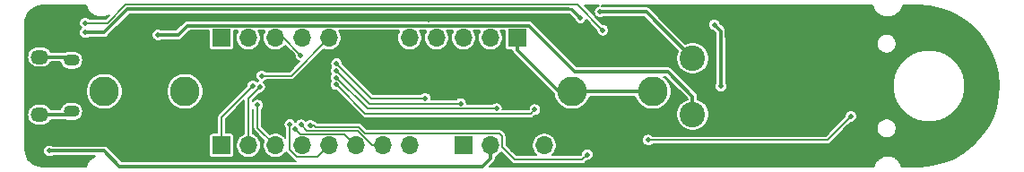
<source format=gbl>
G04 #@! TF.GenerationSoftware,KiCad,Pcbnew,(5.1.5-0-10_14)*
G04 #@! TF.CreationDate,2020-01-18T17:08:02-08:00*
G04 #@! TF.ProjectId,14500,31343530-302e-46b6-9963-61645f706362,rev?*
G04 #@! TF.SameCoordinates,Original*
G04 #@! TF.FileFunction,Copper,L2,Bot*
G04 #@! TF.FilePolarity,Positive*
%FSLAX46Y46*%
G04 Gerber Fmt 4.6, Leading zero omitted, Abs format (unit mm)*
G04 Created by KiCad (PCBNEW (5.1.5-0-10_14)) date 2020-01-18 17:08:02*
%MOMM*%
%LPD*%
G04 APERTURE LIST*
%ADD10C,2.800000*%
%ADD11O,1.700000X1.700000*%
%ADD12R,1.700000X1.700000*%
%ADD13O,1.700000X1.350000*%
%ADD14O,1.500000X1.100000*%
%ADD15C,2.400000*%
%ADD16C,0.508000*%
%ADD17C,0.152400*%
%ADD18C,0.310000*%
%ADD19C,0.254000*%
G04 APERTURE END LIST*
D10*
X73595000Y-100500000D03*
X65975000Y-100500000D03*
X117775000Y-100500000D03*
X110155000Y-100500000D03*
D11*
X94830000Y-105610000D03*
X92290000Y-105610000D03*
X89750000Y-105610000D03*
X87210000Y-105610000D03*
X84670000Y-105610000D03*
X82130000Y-105610000D03*
X79590000Y-105610000D03*
D12*
X77050000Y-105610000D03*
X99900000Y-105610000D03*
D11*
X102440000Y-105610000D03*
X104980000Y-105610000D03*
X107520000Y-105610000D03*
D13*
X59885000Y-102705000D03*
X59885000Y-97245000D03*
D14*
X62885000Y-102395000D03*
X62885000Y-97555000D03*
D15*
X121530000Y-102675000D03*
X121530000Y-97375000D03*
D12*
X104970000Y-95450000D03*
D11*
X102430000Y-95450000D03*
X99890000Y-95450000D03*
X97350000Y-95450000D03*
X94810000Y-95450000D03*
D12*
X77030000Y-95450000D03*
D11*
X79570000Y-95450000D03*
X82110000Y-95450000D03*
X84650000Y-95450000D03*
X87190000Y-95450000D03*
D16*
X85425000Y-103700000D03*
X111575000Y-106475000D03*
X88875000Y-93525000D03*
X88875000Y-95025000D03*
X79925000Y-98850000D03*
X81250000Y-102600000D03*
X86775000Y-102800000D03*
X100200000Y-93650000D03*
X103725000Y-93675000D03*
X96575000Y-93725000D03*
X136525000Y-97175000D03*
X88150000Y-102450000D03*
X73550000Y-93750000D03*
X123575000Y-94200000D03*
X71025000Y-95175000D03*
X124200000Y-100025000D03*
X60775000Y-106125000D03*
X64175000Y-94950000D03*
X110925000Y-93550000D03*
X112800000Y-92975000D03*
X84550000Y-103650000D03*
X84012608Y-104033866D03*
X80650000Y-100082510D03*
X79999941Y-99966031D03*
X80850895Y-99030556D03*
X84525000Y-97075000D03*
X106625000Y-102225000D03*
X87862177Y-99859662D03*
X103000000Y-102125000D03*
X87852128Y-99197844D03*
X99625000Y-101642390D03*
X87879578Y-98538003D03*
X96275000Y-101150000D03*
X87903550Y-97878026D03*
X136475000Y-102850000D03*
X117325000Y-105100000D03*
X83493264Y-103625912D03*
X80450000Y-101800000D03*
X113050000Y-94725000D03*
X64175000Y-94050000D03*
D17*
X85425000Y-103700000D02*
X85575000Y-103850000D01*
X85784210Y-103700000D02*
X85959210Y-103875000D01*
X85959210Y-103875000D02*
X90000000Y-103875000D01*
X85425000Y-103700000D02*
X85784210Y-103700000D01*
X90000000Y-103875000D02*
X90600000Y-104475000D01*
X90600000Y-104475000D02*
X103300000Y-104475000D01*
X103518601Y-105744931D02*
X104723670Y-106950000D01*
X103300000Y-104475000D02*
X103518601Y-104693601D01*
X103518601Y-104693601D02*
X103518601Y-105744931D01*
X111100000Y-106950000D02*
X110850000Y-106950000D01*
X104723670Y-106950000D02*
X110850000Y-106950000D01*
X111575000Y-106475000D02*
X111100000Y-106950000D01*
D18*
X62575000Y-97245000D02*
X62885000Y-97555000D01*
X59885000Y-97245000D02*
X62575000Y-97245000D01*
X62575000Y-102705000D02*
X62885000Y-102395000D01*
X59885000Y-102705000D02*
X62575000Y-102705000D01*
X104970000Y-96610000D02*
X104970000Y-95450000D01*
X108860000Y-100500000D02*
X104970000Y-96610000D01*
X110155000Y-100500000D02*
X108860000Y-100500000D01*
X110155000Y-100500000D02*
X117775000Y-100500000D01*
X124175000Y-94800000D02*
X123575000Y-94200000D01*
X124200000Y-100025000D02*
X124175000Y-94800000D01*
X121530000Y-100977944D02*
X119177056Y-98625000D01*
X121530000Y-102675000D02*
X121530000Y-100977944D01*
X73838275Y-94292599D02*
X72955874Y-95175000D01*
X119177056Y-98625000D02*
X110398322Y-98625000D01*
X110398322Y-98625000D02*
X106065921Y-94292599D01*
X71384210Y-95175000D02*
X71025000Y-95175000D01*
X106065921Y-94292599D02*
X73838275Y-94292599D01*
X72955874Y-95175000D02*
X71384210Y-95175000D01*
X67425000Y-107575000D02*
X65975000Y-106125000D01*
X65975000Y-106125000D02*
X60775000Y-106125000D01*
X101677081Y-107575000D02*
X67425000Y-107575000D01*
X102440000Y-106812081D02*
X101677081Y-107575000D01*
X102440000Y-105610000D02*
X102440000Y-106812081D01*
X68175000Y-92700000D02*
X109825000Y-92700000D01*
X65925000Y-94950000D02*
X68175000Y-92700000D01*
X64175000Y-94950000D02*
X65925000Y-94950000D01*
D19*
X110075000Y-92700000D02*
X110925000Y-93550000D01*
X109825000Y-92700000D02*
X110075000Y-92700000D01*
D18*
X117130000Y-92975000D02*
X121530000Y-97375000D01*
X112800000Y-92975000D02*
X117130000Y-92975000D01*
D17*
X84550000Y-103650000D02*
X85104809Y-104204809D01*
X85104809Y-104204809D02*
X89898743Y-104204809D01*
X89898743Y-104204809D02*
X91303934Y-105610000D01*
X91303934Y-105610000D02*
X92290000Y-105610000D01*
X89750000Y-105610000D02*
X88669809Y-104529809D01*
X88669809Y-104529809D02*
X84508551Y-104529809D01*
X84508551Y-104529809D02*
X84266607Y-104287865D01*
X84266607Y-104287865D02*
X84012608Y-104033866D01*
X79590000Y-105610000D02*
X79590000Y-101142510D01*
X79590000Y-101142510D02*
X80650000Y-100082510D01*
X79745942Y-100220030D02*
X79999941Y-99966031D01*
X77050000Y-102915972D02*
X79745942Y-100220030D01*
X77050000Y-105610000D02*
X77050000Y-102915972D01*
X83609444Y-99030556D02*
X80850895Y-99030556D01*
X87190000Y-95450000D02*
X83609444Y-99030556D01*
X82900000Y-95450000D02*
X82110000Y-95450000D01*
X84525000Y-97075000D02*
X82900000Y-95450000D01*
X106625000Y-102225000D02*
X106225000Y-102625000D01*
X106225000Y-102625000D02*
X90627515Y-102625000D01*
X88116176Y-100113661D02*
X87862177Y-99859662D01*
X90627515Y-102625000D02*
X88116176Y-100113661D01*
X90840065Y-102125000D02*
X87912909Y-99197844D01*
X87912909Y-99197844D02*
X87852128Y-99197844D01*
X103000000Y-102125000D02*
X90840065Y-102125000D01*
X99625000Y-101642390D02*
X90983965Y-101642390D01*
X90983965Y-101642390D02*
X88133577Y-98792002D01*
X88133577Y-98792002D02*
X87879578Y-98538003D01*
X96275000Y-101150000D02*
X91175524Y-101150000D01*
X91175524Y-101150000D02*
X88157549Y-98132025D01*
X88157549Y-98132025D02*
X87903550Y-97878026D01*
X135175000Y-104175000D02*
X136475000Y-102850000D01*
X134250000Y-105100000D02*
X135175000Y-104175000D01*
X117325000Y-105100000D02*
X134250000Y-105100000D01*
X87210000Y-105610000D02*
X86131399Y-106688601D01*
X83493264Y-106029594D02*
X83493264Y-103985122D01*
X84152271Y-106688601D02*
X83493264Y-106029594D01*
X86131399Y-106688601D02*
X84152271Y-106688601D01*
X83493264Y-103985122D02*
X83493264Y-103625912D01*
X80450000Y-103930000D02*
X82130000Y-105610000D01*
X80450000Y-101800000D02*
X80450000Y-103930000D01*
X66282494Y-94050000D02*
X68016103Y-92316391D01*
X64175000Y-94050000D02*
X66282494Y-94050000D01*
X110641391Y-92316391D02*
X113046001Y-94721001D01*
X68016103Y-92316391D02*
X110641391Y-92316391D01*
G36*
X143919991Y-92481818D02*
G01*
X144968638Y-92707585D01*
X145975012Y-93078856D01*
X146919038Y-93588225D01*
X147781872Y-94225524D01*
X148546297Y-94978035D01*
X149197072Y-95830755D01*
X149721204Y-96766660D01*
X150108235Y-97767073D01*
X150350446Y-98812044D01*
X150443004Y-99880719D01*
X150384060Y-100951774D01*
X150174792Y-102003835D01*
X149819376Y-103015915D01*
X149324897Y-103967826D01*
X148701231Y-104840561D01*
X147960814Y-105616718D01*
X147118431Y-106280799D01*
X146190871Y-106819568D01*
X145196657Y-107222266D01*
X144155622Y-107480861D01*
X143078044Y-107591267D01*
X142797443Y-107594799D01*
X141290663Y-107594801D01*
X141255367Y-107483536D01*
X141240905Y-107449793D01*
X141226905Y-107415827D01*
X141224214Y-107410851D01*
X141224214Y-107410850D01*
X141224211Y-107410846D01*
X141130192Y-107239826D01*
X141109452Y-107209536D01*
X141089121Y-107178935D01*
X141085515Y-107174576D01*
X140960065Y-107025070D01*
X140933831Y-106999380D01*
X140907946Y-106973314D01*
X140903562Y-106969739D01*
X140751462Y-106847448D01*
X140720762Y-106827358D01*
X140690287Y-106806802D01*
X140685294Y-106804148D01*
X140685286Y-106804144D01*
X140512336Y-106713727D01*
X140478287Y-106699970D01*
X140444426Y-106685736D01*
X140439022Y-106684106D01*
X140439013Y-106684102D01*
X140439004Y-106684100D01*
X140251785Y-106628999D01*
X140215722Y-106622119D01*
X140179737Y-106614732D01*
X140174113Y-106614182D01*
X140174104Y-106614180D01*
X140174096Y-106614180D01*
X139979745Y-106596492D01*
X139943057Y-106596748D01*
X139906293Y-106596491D01*
X139900663Y-106597044D01*
X139706566Y-106617445D01*
X139670599Y-106624828D01*
X139634517Y-106631711D01*
X139629101Y-106633346D01*
X139442663Y-106691058D01*
X139408794Y-106705295D01*
X139374756Y-106719047D01*
X139369766Y-106721701D01*
X139369761Y-106721703D01*
X139369757Y-106721706D01*
X139198085Y-106814528D01*
X139167637Y-106835066D01*
X139136906Y-106855175D01*
X139132522Y-106858751D01*
X138982144Y-106983155D01*
X138956297Y-107009183D01*
X138930027Y-107034908D01*
X138926422Y-107039268D01*
X138803072Y-107190510D01*
X138782769Y-107221068D01*
X138761999Y-107251402D01*
X138759309Y-107256378D01*
X138667683Y-107428700D01*
X138653678Y-107462680D01*
X138639221Y-107496410D01*
X138637548Y-107501814D01*
X138609474Y-107594800D01*
X102343457Y-107594800D01*
X102766238Y-107172020D01*
X102784748Y-107156829D01*
X102845381Y-107082948D01*
X102890435Y-106998657D01*
X102911537Y-106929093D01*
X102918179Y-106907198D01*
X102927547Y-106812082D01*
X102925200Y-106788252D01*
X102925200Y-106686462D01*
X102999034Y-106655879D01*
X103192333Y-106526721D01*
X103356721Y-106362333D01*
X103438650Y-106239717D01*
X104422193Y-107223259D01*
X104434912Y-107238758D01*
X104450410Y-107251477D01*
X104450415Y-107251482D01*
X104466930Y-107265035D01*
X104496794Y-107289544D01*
X104551186Y-107318617D01*
X104567395Y-107327281D01*
X104644001Y-107350519D01*
X104651274Y-107351235D01*
X104703710Y-107356400D01*
X104703717Y-107356400D01*
X104723670Y-107358365D01*
X104743623Y-107356400D01*
X111080047Y-107356400D01*
X111100000Y-107358365D01*
X111119953Y-107356400D01*
X111119960Y-107356400D01*
X111179668Y-107350519D01*
X111256275Y-107327281D01*
X111326876Y-107289544D01*
X111388758Y-107238758D01*
X111401482Y-107223254D01*
X111565536Y-107059200D01*
X111632539Y-107059200D01*
X111745405Y-107036750D01*
X111851723Y-106992712D01*
X111947406Y-106928778D01*
X112028778Y-106847406D01*
X112092712Y-106751723D01*
X112136750Y-106645405D01*
X112159200Y-106532539D01*
X112159200Y-106417461D01*
X112136750Y-106304595D01*
X112092712Y-106198277D01*
X112028778Y-106102594D01*
X111947406Y-106021222D01*
X111851723Y-105957288D01*
X111745405Y-105913250D01*
X111632539Y-105890800D01*
X111517461Y-105890800D01*
X111404595Y-105913250D01*
X111298277Y-105957288D01*
X111202594Y-106021222D01*
X111121222Y-106102594D01*
X111057288Y-106198277D01*
X111013250Y-106304595D01*
X110990800Y-106417461D01*
X110990800Y-106484464D01*
X110931664Y-106543600D01*
X108247072Y-106543600D01*
X108272333Y-106526721D01*
X108436721Y-106362333D01*
X108565879Y-106169034D01*
X108654845Y-105954252D01*
X108700200Y-105726240D01*
X108700200Y-105493760D01*
X108654845Y-105265748D01*
X108565879Y-105050966D01*
X108560197Y-105042461D01*
X116740800Y-105042461D01*
X116740800Y-105157539D01*
X116763250Y-105270405D01*
X116807288Y-105376723D01*
X116871222Y-105472406D01*
X116952594Y-105553778D01*
X117048277Y-105617712D01*
X117154595Y-105661750D01*
X117267461Y-105684200D01*
X117382539Y-105684200D01*
X117495405Y-105661750D01*
X117601723Y-105617712D01*
X117697406Y-105553778D01*
X117744784Y-105506400D01*
X134230047Y-105506400D01*
X134250000Y-105508365D01*
X134269953Y-105506400D01*
X134269960Y-105506400D01*
X134329668Y-105500519D01*
X134406275Y-105477281D01*
X134476876Y-105439544D01*
X134538758Y-105388758D01*
X134551482Y-105373254D01*
X135449631Y-104475106D01*
X135451113Y-104473866D01*
X135463698Y-104461039D01*
X135476482Y-104448255D01*
X135477715Y-104446752D01*
X136005012Y-103909315D01*
X138929255Y-103909315D01*
X138929255Y-104090685D01*
X138964639Y-104268571D01*
X139034046Y-104436136D01*
X139134811Y-104586941D01*
X139263059Y-104715189D01*
X139413864Y-104815954D01*
X139581429Y-104885361D01*
X139759315Y-104920745D01*
X139940685Y-104920745D01*
X140118571Y-104885361D01*
X140286136Y-104815954D01*
X140436941Y-104715189D01*
X140565189Y-104586941D01*
X140665954Y-104436136D01*
X140735361Y-104268571D01*
X140770745Y-104090685D01*
X140770745Y-103909315D01*
X140735361Y-103731429D01*
X140665954Y-103563864D01*
X140565189Y-103413059D01*
X140436941Y-103284811D01*
X140286136Y-103184046D01*
X140118571Y-103114639D01*
X139940685Y-103079255D01*
X139759315Y-103079255D01*
X139581429Y-103114639D01*
X139413864Y-103184046D01*
X139263059Y-103284811D01*
X139134811Y-103413059D01*
X139034046Y-103563864D01*
X138964639Y-103731429D01*
X138929255Y-103909315D01*
X136005012Y-103909315D01*
X136471163Y-103434200D01*
X136532539Y-103434200D01*
X136645405Y-103411750D01*
X136751723Y-103367712D01*
X136847406Y-103303778D01*
X136928778Y-103222406D01*
X136992712Y-103126723D01*
X137036750Y-103020405D01*
X137059200Y-102907539D01*
X137059200Y-102792461D01*
X137036750Y-102679595D01*
X136992712Y-102573277D01*
X136928778Y-102477594D01*
X136847406Y-102396222D01*
X136751723Y-102332288D01*
X136645405Y-102288250D01*
X136532539Y-102265800D01*
X136417461Y-102265800D01*
X136304595Y-102288250D01*
X136198277Y-102332288D01*
X136102594Y-102396222D01*
X136021222Y-102477594D01*
X135957288Y-102573277D01*
X135913250Y-102679595D01*
X135890800Y-102792461D01*
X135890800Y-102865146D01*
X134886372Y-103888891D01*
X134081664Y-104693600D01*
X117744784Y-104693600D01*
X117697406Y-104646222D01*
X117601723Y-104582288D01*
X117495405Y-104538250D01*
X117382539Y-104515800D01*
X117267461Y-104515800D01*
X117154595Y-104538250D01*
X117048277Y-104582288D01*
X116952594Y-104646222D01*
X116871222Y-104727594D01*
X116807288Y-104823277D01*
X116763250Y-104929595D01*
X116740800Y-105042461D01*
X108560197Y-105042461D01*
X108436721Y-104857667D01*
X108272333Y-104693279D01*
X108079034Y-104564121D01*
X107864252Y-104475155D01*
X107636240Y-104429800D01*
X107403760Y-104429800D01*
X107175748Y-104475155D01*
X106960966Y-104564121D01*
X106767667Y-104693279D01*
X106603279Y-104857667D01*
X106474121Y-105050966D01*
X106385155Y-105265748D01*
X106339800Y-105493760D01*
X106339800Y-105726240D01*
X106385155Y-105954252D01*
X106474121Y-106169034D01*
X106603279Y-106362333D01*
X106767667Y-106526721D01*
X106792928Y-106543600D01*
X104892007Y-106543600D01*
X103925001Y-105576595D01*
X103925001Y-104713553D01*
X103926966Y-104693600D01*
X103925001Y-104673647D01*
X103925001Y-104673641D01*
X103919120Y-104613933D01*
X103917769Y-104609477D01*
X103907672Y-104576193D01*
X103895882Y-104537326D01*
X103858145Y-104466725D01*
X103807359Y-104404843D01*
X103791851Y-104392116D01*
X103601481Y-104201745D01*
X103588758Y-104186242D01*
X103526876Y-104135456D01*
X103456275Y-104097719D01*
X103379668Y-104074481D01*
X103319960Y-104068600D01*
X103319953Y-104068600D01*
X103300000Y-104066635D01*
X103280047Y-104068600D01*
X90768336Y-104068600D01*
X90301482Y-103601746D01*
X90288758Y-103586242D01*
X90226876Y-103535456D01*
X90156275Y-103497719D01*
X90079668Y-103474481D01*
X90019960Y-103468600D01*
X90019953Y-103468600D01*
X90000000Y-103466635D01*
X89980047Y-103468600D01*
X86127546Y-103468600D01*
X86085693Y-103426747D01*
X86072968Y-103411242D01*
X86011086Y-103360456D01*
X85940485Y-103322719D01*
X85863878Y-103299481D01*
X85849221Y-103298037D01*
X85797406Y-103246222D01*
X85701723Y-103182288D01*
X85595405Y-103138250D01*
X85482539Y-103115800D01*
X85367461Y-103115800D01*
X85254595Y-103138250D01*
X85148277Y-103182288D01*
X85052594Y-103246222D01*
X85010765Y-103288051D01*
X85003778Y-103277594D01*
X84922406Y-103196222D01*
X84826723Y-103132288D01*
X84720405Y-103088250D01*
X84607539Y-103065800D01*
X84492461Y-103065800D01*
X84379595Y-103088250D01*
X84273277Y-103132288D01*
X84177594Y-103196222D01*
X84096222Y-103277594D01*
X84032288Y-103373277D01*
X84026621Y-103386959D01*
X84010976Y-103349189D01*
X83947042Y-103253506D01*
X83865670Y-103172134D01*
X83769987Y-103108200D01*
X83663669Y-103064162D01*
X83550803Y-103041712D01*
X83435725Y-103041712D01*
X83322859Y-103064162D01*
X83216541Y-103108200D01*
X83120858Y-103172134D01*
X83039486Y-103253506D01*
X82975552Y-103349189D01*
X82931514Y-103455507D01*
X82909064Y-103568373D01*
X82909064Y-103683451D01*
X82931514Y-103796317D01*
X82975552Y-103902635D01*
X83039486Y-103998318D01*
X83086865Y-104045697D01*
X83086865Y-104917746D01*
X83046721Y-104857667D01*
X82882333Y-104693279D01*
X82689034Y-104564121D01*
X82474252Y-104475155D01*
X82246240Y-104429800D01*
X82013760Y-104429800D01*
X81785748Y-104475155D01*
X81633115Y-104538378D01*
X80856400Y-103761664D01*
X80856400Y-102219784D01*
X80903778Y-102172406D01*
X80967712Y-102076723D01*
X81011750Y-101970405D01*
X81034200Y-101857539D01*
X81034200Y-101742461D01*
X81011750Y-101629595D01*
X80967712Y-101523277D01*
X80903778Y-101427594D01*
X80822406Y-101346222D01*
X80726723Y-101282288D01*
X80620405Y-101238250D01*
X80507539Y-101215800D01*
X80392461Y-101215800D01*
X80279595Y-101238250D01*
X80173277Y-101282288D01*
X80077594Y-101346222D01*
X79996400Y-101427416D01*
X79996400Y-101310846D01*
X80640536Y-100666710D01*
X80707539Y-100666710D01*
X80820405Y-100644260D01*
X80926723Y-100600222D01*
X81022406Y-100536288D01*
X81103778Y-100454916D01*
X81167712Y-100359233D01*
X81211750Y-100252915D01*
X81234200Y-100140049D01*
X81234200Y-100024971D01*
X81211750Y-99912105D01*
X81167712Y-99805787D01*
X81103778Y-99710104D01*
X81022406Y-99628732D01*
X80980143Y-99600492D01*
X81021300Y-99592306D01*
X81127618Y-99548268D01*
X81223301Y-99484334D01*
X81270679Y-99436956D01*
X83589491Y-99436956D01*
X83609444Y-99438921D01*
X83629397Y-99436956D01*
X83629404Y-99436956D01*
X83689112Y-99431075D01*
X83765719Y-99407837D01*
X83836320Y-99370100D01*
X83898202Y-99319314D01*
X83910926Y-99303810D01*
X84074431Y-99140305D01*
X87267928Y-99140305D01*
X87267928Y-99255383D01*
X87290378Y-99368249D01*
X87334416Y-99474567D01*
X87375647Y-99536273D01*
X87344465Y-99582939D01*
X87300427Y-99689257D01*
X87277977Y-99802123D01*
X87277977Y-99917201D01*
X87300427Y-100030067D01*
X87344465Y-100136385D01*
X87408399Y-100232068D01*
X87489771Y-100313440D01*
X87585454Y-100377374D01*
X87691772Y-100421412D01*
X87804638Y-100443862D01*
X87871641Y-100443862D01*
X90326038Y-102898260D01*
X90338757Y-102913758D01*
X90354255Y-102926477D01*
X90354260Y-102926482D01*
X90375261Y-102943717D01*
X90400639Y-102964544D01*
X90449119Y-102990457D01*
X90471240Y-103002281D01*
X90547846Y-103025519D01*
X90555119Y-103026235D01*
X90607555Y-103031400D01*
X90607562Y-103031400D01*
X90627515Y-103033365D01*
X90647468Y-103031400D01*
X106205047Y-103031400D01*
X106225000Y-103033365D01*
X106244953Y-103031400D01*
X106244960Y-103031400D01*
X106304668Y-103025519D01*
X106381275Y-103002281D01*
X106451876Y-102964544D01*
X106513758Y-102913758D01*
X106526482Y-102898254D01*
X106615536Y-102809200D01*
X106682539Y-102809200D01*
X106795405Y-102786750D01*
X106901723Y-102742712D01*
X106997406Y-102678778D01*
X107078778Y-102597406D01*
X107142712Y-102501723D01*
X107186750Y-102395405D01*
X107209200Y-102282539D01*
X107209200Y-102167461D01*
X107186750Y-102054595D01*
X107142712Y-101948277D01*
X107078778Y-101852594D01*
X106997406Y-101771222D01*
X106901723Y-101707288D01*
X106795405Y-101663250D01*
X106682539Y-101640800D01*
X106567461Y-101640800D01*
X106454595Y-101663250D01*
X106348277Y-101707288D01*
X106252594Y-101771222D01*
X106171222Y-101852594D01*
X106107288Y-101948277D01*
X106063250Y-102054595D01*
X106040800Y-102167461D01*
X106040800Y-102218600D01*
X103577027Y-102218600D01*
X103584200Y-102182539D01*
X103584200Y-102067461D01*
X103561750Y-101954595D01*
X103517712Y-101848277D01*
X103453778Y-101752594D01*
X103372406Y-101671222D01*
X103276723Y-101607288D01*
X103170405Y-101563250D01*
X103057539Y-101540800D01*
X102942461Y-101540800D01*
X102829595Y-101563250D01*
X102723277Y-101607288D01*
X102627594Y-101671222D01*
X102580216Y-101718600D01*
X100205486Y-101718600D01*
X100209200Y-101699929D01*
X100209200Y-101584851D01*
X100186750Y-101471985D01*
X100142712Y-101365667D01*
X100078778Y-101269984D01*
X99997406Y-101188612D01*
X99901723Y-101124678D01*
X99795405Y-101080640D01*
X99682539Y-101058190D01*
X99567461Y-101058190D01*
X99454595Y-101080640D01*
X99348277Y-101124678D01*
X99252594Y-101188612D01*
X99205216Y-101235990D01*
X96853541Y-101235990D01*
X96859200Y-101207539D01*
X96859200Y-101092461D01*
X96836750Y-100979595D01*
X96792712Y-100873277D01*
X96728778Y-100777594D01*
X96647406Y-100696222D01*
X96551723Y-100632288D01*
X96445405Y-100588250D01*
X96332539Y-100565800D01*
X96217461Y-100565800D01*
X96104595Y-100588250D01*
X95998277Y-100632288D01*
X95902594Y-100696222D01*
X95855216Y-100743600D01*
X91343860Y-100743600D01*
X88487750Y-97887490D01*
X88487750Y-97820487D01*
X88465300Y-97707621D01*
X88421262Y-97601303D01*
X88357328Y-97505620D01*
X88275956Y-97424248D01*
X88180273Y-97360314D01*
X88073955Y-97316276D01*
X87961089Y-97293826D01*
X87846011Y-97293826D01*
X87733145Y-97316276D01*
X87626827Y-97360314D01*
X87531144Y-97424248D01*
X87449772Y-97505620D01*
X87385838Y-97601303D01*
X87341800Y-97707621D01*
X87319350Y-97820487D01*
X87319350Y-97935565D01*
X87341800Y-98048431D01*
X87385838Y-98154749D01*
X87409443Y-98190076D01*
X87361866Y-98261280D01*
X87317828Y-98367598D01*
X87295378Y-98480464D01*
X87295378Y-98595542D01*
X87317828Y-98708408D01*
X87361866Y-98814726D01*
X87383687Y-98847383D01*
X87334416Y-98921121D01*
X87290378Y-99027439D01*
X87267928Y-99140305D01*
X84074431Y-99140305D01*
X86693115Y-96521622D01*
X86845748Y-96584845D01*
X87073760Y-96630200D01*
X87306240Y-96630200D01*
X87534252Y-96584845D01*
X87749034Y-96495879D01*
X87942333Y-96366721D01*
X88106721Y-96202333D01*
X88235879Y-96009034D01*
X88324845Y-95794252D01*
X88370200Y-95566240D01*
X88370200Y-95333760D01*
X88324845Y-95105748D01*
X88235879Y-94890966D01*
X88160263Y-94777799D01*
X93839737Y-94777799D01*
X93764121Y-94890966D01*
X93675155Y-95105748D01*
X93629800Y-95333760D01*
X93629800Y-95566240D01*
X93675155Y-95794252D01*
X93764121Y-96009034D01*
X93893279Y-96202333D01*
X94057667Y-96366721D01*
X94250966Y-96495879D01*
X94465748Y-96584845D01*
X94693760Y-96630200D01*
X94926240Y-96630200D01*
X95154252Y-96584845D01*
X95369034Y-96495879D01*
X95562333Y-96366721D01*
X95726721Y-96202333D01*
X95855879Y-96009034D01*
X95944845Y-95794252D01*
X95990200Y-95566240D01*
X95990200Y-95333760D01*
X95944845Y-95105748D01*
X95855879Y-94890966D01*
X95780263Y-94777799D01*
X96379737Y-94777799D01*
X96304121Y-94890966D01*
X96215155Y-95105748D01*
X96169800Y-95333760D01*
X96169800Y-95566240D01*
X96215155Y-95794252D01*
X96304121Y-96009034D01*
X96433279Y-96202333D01*
X96597667Y-96366721D01*
X96790966Y-96495879D01*
X97005748Y-96584845D01*
X97233760Y-96630200D01*
X97466240Y-96630200D01*
X97694252Y-96584845D01*
X97909034Y-96495879D01*
X98102333Y-96366721D01*
X98266721Y-96202333D01*
X98395879Y-96009034D01*
X98484845Y-95794252D01*
X98530200Y-95566240D01*
X98530200Y-95333760D01*
X98484845Y-95105748D01*
X98395879Y-94890966D01*
X98320263Y-94777799D01*
X98919737Y-94777799D01*
X98844121Y-94890966D01*
X98755155Y-95105748D01*
X98709800Y-95333760D01*
X98709800Y-95566240D01*
X98755155Y-95794252D01*
X98844121Y-96009034D01*
X98973279Y-96202333D01*
X99137667Y-96366721D01*
X99330966Y-96495879D01*
X99545748Y-96584845D01*
X99773760Y-96630200D01*
X100006240Y-96630200D01*
X100234252Y-96584845D01*
X100449034Y-96495879D01*
X100642333Y-96366721D01*
X100806721Y-96202333D01*
X100935879Y-96009034D01*
X101024845Y-95794252D01*
X101070200Y-95566240D01*
X101070200Y-95333760D01*
X101024845Y-95105748D01*
X100935879Y-94890966D01*
X100860263Y-94777799D01*
X101459737Y-94777799D01*
X101384121Y-94890966D01*
X101295155Y-95105748D01*
X101249800Y-95333760D01*
X101249800Y-95566240D01*
X101295155Y-95794252D01*
X101384121Y-96009034D01*
X101513279Y-96202333D01*
X101677667Y-96366721D01*
X101870966Y-96495879D01*
X102085748Y-96584845D01*
X102313760Y-96630200D01*
X102546240Y-96630200D01*
X102774252Y-96584845D01*
X102989034Y-96495879D01*
X103182333Y-96366721D01*
X103346721Y-96202333D01*
X103475879Y-96009034D01*
X103564845Y-95794252D01*
X103610200Y-95566240D01*
X103610200Y-95333760D01*
X103564845Y-95105748D01*
X103475879Y-94890966D01*
X103400263Y-94777799D01*
X103788203Y-94777799D01*
X103788203Y-96300000D01*
X103794578Y-96364730D01*
X103813460Y-96426973D01*
X103844121Y-96484337D01*
X103885384Y-96534616D01*
X103935663Y-96575879D01*
X103993027Y-96606540D01*
X104055270Y-96625422D01*
X104120000Y-96631797D01*
X104484600Y-96631797D01*
X104489859Y-96685193D01*
X104491821Y-96705115D01*
X104519565Y-96796575D01*
X104564619Y-96880867D01*
X104625252Y-96954748D01*
X104643772Y-96969947D01*
X108444805Y-100770981D01*
X108491290Y-101004681D01*
X108621716Y-101319557D01*
X108811066Y-101602938D01*
X109052062Y-101843934D01*
X109335443Y-102033284D01*
X109650319Y-102163710D01*
X109984590Y-102230200D01*
X110325410Y-102230200D01*
X110659681Y-102163710D01*
X110974557Y-102033284D01*
X111257938Y-101843934D01*
X111498934Y-101602938D01*
X111688284Y-101319557D01*
X111818710Y-101004681D01*
X111822585Y-100985200D01*
X116107415Y-100985200D01*
X116111290Y-101004681D01*
X116241716Y-101319557D01*
X116431066Y-101602938D01*
X116672062Y-101843934D01*
X116955443Y-102033284D01*
X117270319Y-102163710D01*
X117604590Y-102230200D01*
X117945410Y-102230200D01*
X118279681Y-102163710D01*
X118594557Y-102033284D01*
X118877938Y-101843934D01*
X119118934Y-101602938D01*
X119308284Y-101319557D01*
X119438710Y-101004681D01*
X119505200Y-100670410D01*
X119505200Y-100329590D01*
X119438710Y-99995319D01*
X119308284Y-99680443D01*
X119118934Y-99397062D01*
X118877938Y-99156066D01*
X118809295Y-99110200D01*
X118976081Y-99110200D01*
X121044801Y-101178922D01*
X121044801Y-101219700D01*
X120805178Y-101318954D01*
X120554554Y-101486416D01*
X120341416Y-101699554D01*
X120173954Y-101950178D01*
X120058605Y-102228657D01*
X119999800Y-102524288D01*
X119999800Y-102825712D01*
X120058605Y-103121343D01*
X120173954Y-103399822D01*
X120341416Y-103650446D01*
X120554554Y-103863584D01*
X120805178Y-104031046D01*
X121083657Y-104146395D01*
X121379288Y-104205200D01*
X121680712Y-104205200D01*
X121976343Y-104146395D01*
X122254822Y-104031046D01*
X122505446Y-103863584D01*
X122718584Y-103650446D01*
X122886046Y-103399822D01*
X123001395Y-103121343D01*
X123060200Y-102825712D01*
X123060200Y-102524288D01*
X123001395Y-102228657D01*
X122886046Y-101950178D01*
X122718584Y-101699554D01*
X122505446Y-101486416D01*
X122254822Y-101318954D01*
X122015200Y-101219700D01*
X122015200Y-101001773D01*
X122017547Y-100977943D01*
X122008179Y-100882828D01*
X121999359Y-100853752D01*
X121980435Y-100791368D01*
X121935381Y-100707077D01*
X121874748Y-100633196D01*
X121856239Y-100618006D01*
X119537003Y-98298772D01*
X119521804Y-98280252D01*
X119447923Y-98219619D01*
X119363632Y-98174565D01*
X119272172Y-98146821D01*
X119200886Y-98139800D01*
X119177056Y-98137453D01*
X119153226Y-98139800D01*
X110599299Y-98139800D01*
X106425868Y-93966371D01*
X106410669Y-93947851D01*
X106336788Y-93887218D01*
X106252497Y-93842164D01*
X106161037Y-93814420D01*
X106089751Y-93807399D01*
X106065921Y-93805052D01*
X106042091Y-93807399D01*
X73862096Y-93807399D01*
X73838274Y-93805053D01*
X73814452Y-93807399D01*
X73814445Y-93807399D01*
X73752247Y-93813525D01*
X73743158Y-93814420D01*
X73715414Y-93822836D01*
X73651699Y-93842164D01*
X73567408Y-93887218D01*
X73493527Y-93947851D01*
X73478336Y-93966361D01*
X72754899Y-94689800D01*
X71350380Y-94689800D01*
X71301723Y-94657288D01*
X71195405Y-94613250D01*
X71082539Y-94590800D01*
X70967461Y-94590800D01*
X70854595Y-94613250D01*
X70748277Y-94657288D01*
X70652594Y-94721222D01*
X70571222Y-94802594D01*
X70507288Y-94898277D01*
X70463250Y-95004595D01*
X70440800Y-95117461D01*
X70440800Y-95232539D01*
X70463250Y-95345405D01*
X70507288Y-95451723D01*
X70571222Y-95547406D01*
X70652594Y-95628778D01*
X70748277Y-95692712D01*
X70854595Y-95736750D01*
X70967461Y-95759200D01*
X71082539Y-95759200D01*
X71195405Y-95736750D01*
X71301723Y-95692712D01*
X71350380Y-95660200D01*
X72932044Y-95660200D01*
X72955874Y-95662547D01*
X72979704Y-95660200D01*
X73050990Y-95653179D01*
X73142450Y-95625435D01*
X73226741Y-95580381D01*
X73300622Y-95519748D01*
X73315821Y-95501228D01*
X74039252Y-94777799D01*
X75848203Y-94777799D01*
X75848203Y-96300000D01*
X75854578Y-96364730D01*
X75873460Y-96426973D01*
X75904121Y-96484337D01*
X75945384Y-96534616D01*
X75995663Y-96575879D01*
X76053027Y-96606540D01*
X76115270Y-96625422D01*
X76180000Y-96631797D01*
X77880000Y-96631797D01*
X77944730Y-96625422D01*
X78006973Y-96606540D01*
X78064337Y-96575879D01*
X78114616Y-96534616D01*
X78155879Y-96484337D01*
X78186540Y-96426973D01*
X78205422Y-96364730D01*
X78211797Y-96300000D01*
X78211797Y-94777799D01*
X78599737Y-94777799D01*
X78524121Y-94890966D01*
X78435155Y-95105748D01*
X78389800Y-95333760D01*
X78389800Y-95566240D01*
X78435155Y-95794252D01*
X78524121Y-96009034D01*
X78653279Y-96202333D01*
X78817667Y-96366721D01*
X79010966Y-96495879D01*
X79225748Y-96584845D01*
X79453760Y-96630200D01*
X79686240Y-96630200D01*
X79914252Y-96584845D01*
X80129034Y-96495879D01*
X80322333Y-96366721D01*
X80486721Y-96202333D01*
X80615879Y-96009034D01*
X80704845Y-95794252D01*
X80750200Y-95566240D01*
X80750200Y-95333760D01*
X80704845Y-95105748D01*
X80615879Y-94890966D01*
X80540263Y-94777799D01*
X81139737Y-94777799D01*
X81064121Y-94890966D01*
X80975155Y-95105748D01*
X80929800Y-95333760D01*
X80929800Y-95566240D01*
X80975155Y-95794252D01*
X81064121Y-96009034D01*
X81193279Y-96202333D01*
X81357667Y-96366721D01*
X81550966Y-96495879D01*
X81765748Y-96584845D01*
X81993760Y-96630200D01*
X82226240Y-96630200D01*
X82454252Y-96584845D01*
X82669034Y-96495879D01*
X82862333Y-96366721D01*
X83026721Y-96202333D01*
X83047099Y-96171835D01*
X83940800Y-97065537D01*
X83940800Y-97132539D01*
X83963250Y-97245405D01*
X84007288Y-97351723D01*
X84071222Y-97447406D01*
X84152594Y-97528778D01*
X84248277Y-97592712D01*
X84354595Y-97636750D01*
X84416250Y-97649014D01*
X83441108Y-98624156D01*
X81270679Y-98624156D01*
X81223301Y-98576778D01*
X81127618Y-98512844D01*
X81021300Y-98468806D01*
X80908434Y-98446356D01*
X80793356Y-98446356D01*
X80680490Y-98468806D01*
X80574172Y-98512844D01*
X80478489Y-98576778D01*
X80397117Y-98658150D01*
X80333183Y-98753833D01*
X80289145Y-98860151D01*
X80266695Y-98973017D01*
X80266695Y-99088095D01*
X80289145Y-99200961D01*
X80333183Y-99307279D01*
X80397117Y-99402962D01*
X80478489Y-99484334D01*
X80520752Y-99512574D01*
X80479595Y-99520760D01*
X80409774Y-99549680D01*
X80372347Y-99512253D01*
X80276664Y-99448319D01*
X80170346Y-99404281D01*
X80057480Y-99381831D01*
X79942402Y-99381831D01*
X79829536Y-99404281D01*
X79723218Y-99448319D01*
X79627535Y-99512253D01*
X79546163Y-99593625D01*
X79482229Y-99689308D01*
X79438191Y-99795626D01*
X79415741Y-99908492D01*
X79415741Y-99975494D01*
X76776741Y-102614495D01*
X76761243Y-102627214D01*
X76748524Y-102642712D01*
X76748518Y-102642718D01*
X76729521Y-102665867D01*
X76710457Y-102689096D01*
X76709899Y-102690140D01*
X76672719Y-102759698D01*
X76649481Y-102836304D01*
X76641635Y-102915972D01*
X76643601Y-102935935D01*
X76643600Y-104428203D01*
X76200000Y-104428203D01*
X76135270Y-104434578D01*
X76073027Y-104453460D01*
X76015663Y-104484121D01*
X75965384Y-104525384D01*
X75924121Y-104575663D01*
X75893460Y-104633027D01*
X75874578Y-104695270D01*
X75868203Y-104760000D01*
X75868203Y-106460000D01*
X75874578Y-106524730D01*
X75893460Y-106586973D01*
X75924121Y-106644337D01*
X75965384Y-106694616D01*
X76015663Y-106735879D01*
X76073027Y-106766540D01*
X76135270Y-106785422D01*
X76200000Y-106791797D01*
X77900000Y-106791797D01*
X77964730Y-106785422D01*
X78026973Y-106766540D01*
X78084337Y-106735879D01*
X78134616Y-106694616D01*
X78175879Y-106644337D01*
X78206540Y-106586973D01*
X78225422Y-106524730D01*
X78231797Y-106460000D01*
X78231797Y-104760000D01*
X78225422Y-104695270D01*
X78206540Y-104633027D01*
X78175879Y-104575663D01*
X78134616Y-104525384D01*
X78084337Y-104484121D01*
X78026973Y-104453460D01*
X77964730Y-104434578D01*
X77900000Y-104428203D01*
X77456400Y-104428203D01*
X77456400Y-103084308D01*
X79183601Y-101357108D01*
X79183600Y-104500898D01*
X79030966Y-104564121D01*
X78837667Y-104693279D01*
X78673279Y-104857667D01*
X78544121Y-105050966D01*
X78455155Y-105265748D01*
X78409800Y-105493760D01*
X78409800Y-105726240D01*
X78455155Y-105954252D01*
X78544121Y-106169034D01*
X78673279Y-106362333D01*
X78837667Y-106526721D01*
X79030966Y-106655879D01*
X79245748Y-106744845D01*
X79473760Y-106790200D01*
X79706240Y-106790200D01*
X79934252Y-106744845D01*
X80149034Y-106655879D01*
X80342333Y-106526721D01*
X80506721Y-106362333D01*
X80635879Y-106169034D01*
X80724845Y-105954252D01*
X80770200Y-105726240D01*
X80770200Y-105493760D01*
X80724845Y-105265748D01*
X80635879Y-105050966D01*
X80506721Y-104857667D01*
X80342333Y-104693279D01*
X80149034Y-104564121D01*
X79996400Y-104500898D01*
X79996400Y-102172584D01*
X80043600Y-102219784D01*
X80043601Y-103910037D01*
X80041635Y-103930000D01*
X80049481Y-104009668D01*
X80072719Y-104086274D01*
X80083477Y-104106400D01*
X80110457Y-104156876D01*
X80119350Y-104167712D01*
X80148518Y-104203254D01*
X80148524Y-104203260D01*
X80161243Y-104218758D01*
X80176741Y-104231477D01*
X81058378Y-105113115D01*
X80995155Y-105265748D01*
X80949800Y-105493760D01*
X80949800Y-105726240D01*
X80995155Y-105954252D01*
X81084121Y-106169034D01*
X81213279Y-106362333D01*
X81377667Y-106526721D01*
X81570966Y-106655879D01*
X81785748Y-106744845D01*
X82013760Y-106790200D01*
X82246240Y-106790200D01*
X82474252Y-106744845D01*
X82689034Y-106655879D01*
X82882333Y-106526721D01*
X83046721Y-106362333D01*
X83137604Y-106226317D01*
X83153720Y-106256469D01*
X83204506Y-106318352D01*
X83220010Y-106331076D01*
X83850793Y-106961860D01*
X83863513Y-106977359D01*
X83879011Y-106990078D01*
X83879016Y-106990083D01*
X83894214Y-107002555D01*
X83925395Y-107028145D01*
X83984928Y-107059966D01*
X83995996Y-107065882D01*
X84072602Y-107089120D01*
X84079507Y-107089800D01*
X67625976Y-107089800D01*
X66334947Y-105798772D01*
X66319748Y-105780252D01*
X66245867Y-105719619D01*
X66161576Y-105674565D01*
X66070116Y-105646821D01*
X65998830Y-105639800D01*
X65975000Y-105637453D01*
X65951170Y-105639800D01*
X61100380Y-105639800D01*
X61051723Y-105607288D01*
X60945405Y-105563250D01*
X60832539Y-105540800D01*
X60717461Y-105540800D01*
X60604595Y-105563250D01*
X60498277Y-105607288D01*
X60402594Y-105671222D01*
X60321222Y-105752594D01*
X60257288Y-105848277D01*
X60213250Y-105954595D01*
X60190800Y-106067461D01*
X60190800Y-106182539D01*
X60213250Y-106295405D01*
X60257288Y-106401723D01*
X60321222Y-106497406D01*
X60402594Y-106578778D01*
X60498277Y-106642712D01*
X60604595Y-106686750D01*
X60717461Y-106709200D01*
X60832539Y-106709200D01*
X60945405Y-106686750D01*
X61051723Y-106642712D01*
X61100380Y-106610200D01*
X65126965Y-106610200D01*
X65120078Y-106613095D01*
X65086005Y-106626861D01*
X65081010Y-106629517D01*
X64892165Y-106731625D01*
X64861728Y-106752155D01*
X64830988Y-106772270D01*
X64826605Y-106775846D01*
X64661189Y-106912689D01*
X64635323Y-106938736D01*
X64609069Y-106964445D01*
X64605464Y-106968804D01*
X64469779Y-107135171D01*
X64449466Y-107165745D01*
X64428707Y-107196062D01*
X64426017Y-107201039D01*
X64325229Y-107390593D01*
X64311232Y-107424552D01*
X64296766Y-107458303D01*
X64295093Y-107463707D01*
X64255514Y-107594800D01*
X60119817Y-107594800D01*
X59790612Y-107562521D01*
X59493008Y-107472669D01*
X59218529Y-107326725D01*
X58977620Y-107130245D01*
X58779462Y-106890714D01*
X58631604Y-106617256D01*
X58539677Y-106320286D01*
X58505200Y-105992263D01*
X58505200Y-102705000D01*
X58699937Y-102705000D01*
X58719345Y-102902054D01*
X58776823Y-103091534D01*
X58870163Y-103266161D01*
X58995778Y-103419222D01*
X59148839Y-103544837D01*
X59323466Y-103638177D01*
X59512946Y-103695655D01*
X59660625Y-103710200D01*
X60109375Y-103710200D01*
X60257054Y-103695655D01*
X60446534Y-103638177D01*
X60621161Y-103544837D01*
X60774222Y-103419222D01*
X60899837Y-103266161D01*
X60940439Y-103190200D01*
X62305499Y-103190200D01*
X62346533Y-103212133D01*
X62512451Y-103262463D01*
X62641769Y-103275200D01*
X63128231Y-103275200D01*
X63257549Y-103262463D01*
X63423467Y-103212133D01*
X63576379Y-103130400D01*
X63710406Y-103020406D01*
X63820400Y-102886379D01*
X63902133Y-102733467D01*
X63952463Y-102567549D01*
X63969458Y-102395000D01*
X63952463Y-102222451D01*
X63902133Y-102056533D01*
X63820400Y-101903621D01*
X63710406Y-101769594D01*
X63576379Y-101659600D01*
X63423467Y-101577867D01*
X63257549Y-101527537D01*
X63128231Y-101514800D01*
X62641769Y-101514800D01*
X62512451Y-101527537D01*
X62346533Y-101577867D01*
X62193621Y-101659600D01*
X62059594Y-101769594D01*
X61949600Y-101903621D01*
X61867867Y-102056533D01*
X61818341Y-102219800D01*
X60940439Y-102219800D01*
X60899837Y-102143839D01*
X60774222Y-101990778D01*
X60621161Y-101865163D01*
X60446534Y-101771823D01*
X60257054Y-101714345D01*
X60109375Y-101699800D01*
X59660625Y-101699800D01*
X59512946Y-101714345D01*
X59323466Y-101771823D01*
X59148839Y-101865163D01*
X58995778Y-101990778D01*
X58870163Y-102143839D01*
X58776823Y-102318466D01*
X58719345Y-102507946D01*
X58699937Y-102705000D01*
X58505200Y-102705000D01*
X58505200Y-100329590D01*
X64244800Y-100329590D01*
X64244800Y-100670410D01*
X64311290Y-101004681D01*
X64441716Y-101319557D01*
X64631066Y-101602938D01*
X64872062Y-101843934D01*
X65155443Y-102033284D01*
X65470319Y-102163710D01*
X65804590Y-102230200D01*
X66145410Y-102230200D01*
X66479681Y-102163710D01*
X66794557Y-102033284D01*
X67077938Y-101843934D01*
X67318934Y-101602938D01*
X67508284Y-101319557D01*
X67638710Y-101004681D01*
X67705200Y-100670410D01*
X67705200Y-100329590D01*
X71864800Y-100329590D01*
X71864800Y-100670410D01*
X71931290Y-101004681D01*
X72061716Y-101319557D01*
X72251066Y-101602938D01*
X72492062Y-101843934D01*
X72775443Y-102033284D01*
X73090319Y-102163710D01*
X73424590Y-102230200D01*
X73765410Y-102230200D01*
X74099681Y-102163710D01*
X74414557Y-102033284D01*
X74697938Y-101843934D01*
X74938934Y-101602938D01*
X75128284Y-101319557D01*
X75258710Y-101004681D01*
X75325200Y-100670410D01*
X75325200Y-100329590D01*
X75258710Y-99995319D01*
X75128284Y-99680443D01*
X74938934Y-99397062D01*
X74697938Y-99156066D01*
X74414557Y-98966716D01*
X74099681Y-98836290D01*
X73765410Y-98769800D01*
X73424590Y-98769800D01*
X73090319Y-98836290D01*
X72775443Y-98966716D01*
X72492062Y-99156066D01*
X72251066Y-99397062D01*
X72061716Y-99680443D01*
X71931290Y-99995319D01*
X71864800Y-100329590D01*
X67705200Y-100329590D01*
X67638710Y-99995319D01*
X67508284Y-99680443D01*
X67318934Y-99397062D01*
X67077938Y-99156066D01*
X66794557Y-98966716D01*
X66479681Y-98836290D01*
X66145410Y-98769800D01*
X65804590Y-98769800D01*
X65470319Y-98836290D01*
X65155443Y-98966716D01*
X64872062Y-99156066D01*
X64631066Y-99397062D01*
X64441716Y-99680443D01*
X64311290Y-99995319D01*
X64244800Y-100329590D01*
X58505200Y-100329590D01*
X58505200Y-97245000D01*
X58699937Y-97245000D01*
X58719345Y-97442054D01*
X58776823Y-97631534D01*
X58870163Y-97806161D01*
X58995778Y-97959222D01*
X59148839Y-98084837D01*
X59323466Y-98178177D01*
X59512946Y-98235655D01*
X59660625Y-98250200D01*
X60109375Y-98250200D01*
X60257054Y-98235655D01*
X60446534Y-98178177D01*
X60621161Y-98084837D01*
X60774222Y-97959222D01*
X60899837Y-97806161D01*
X60940439Y-97730200D01*
X61818341Y-97730200D01*
X61867867Y-97893467D01*
X61949600Y-98046379D01*
X62059594Y-98180406D01*
X62193621Y-98290400D01*
X62346533Y-98372133D01*
X62512451Y-98422463D01*
X62641769Y-98435200D01*
X63128231Y-98435200D01*
X63257549Y-98422463D01*
X63423467Y-98372133D01*
X63576379Y-98290400D01*
X63710406Y-98180406D01*
X63820400Y-98046379D01*
X63902133Y-97893467D01*
X63952463Y-97727549D01*
X63969458Y-97555000D01*
X63952463Y-97382451D01*
X63902133Y-97216533D01*
X63820400Y-97063621D01*
X63710406Y-96929594D01*
X63576379Y-96819600D01*
X63423467Y-96737867D01*
X63257549Y-96687537D01*
X63128231Y-96674800D01*
X62641769Y-96674800D01*
X62512451Y-96687537D01*
X62346533Y-96737867D01*
X62305499Y-96759800D01*
X60940439Y-96759800D01*
X60899837Y-96683839D01*
X60774222Y-96530778D01*
X60621161Y-96405163D01*
X60446534Y-96311823D01*
X60257054Y-96254345D01*
X60109375Y-96239800D01*
X59660625Y-96239800D01*
X59512946Y-96254345D01*
X59323466Y-96311823D01*
X59148839Y-96405163D01*
X58995778Y-96530778D01*
X58870163Y-96683839D01*
X58776823Y-96858466D01*
X58719345Y-97047946D01*
X58699937Y-97245000D01*
X58505200Y-97245000D01*
X58505200Y-94019817D01*
X58537479Y-93690613D01*
X58627331Y-93393007D01*
X58773278Y-93118524D01*
X58969754Y-92877621D01*
X59209287Y-92679462D01*
X59482744Y-92531604D01*
X59779714Y-92439677D01*
X60107736Y-92405200D01*
X64254927Y-92405200D01*
X64302718Y-92555856D01*
X64317181Y-92589602D01*
X64331180Y-92623566D01*
X64333871Y-92628542D01*
X64437295Y-92816670D01*
X64458035Y-92846960D01*
X64478367Y-92877563D01*
X64481974Y-92881922D01*
X64619969Y-93046378D01*
X64646236Y-93072100D01*
X64672086Y-93098132D01*
X64676464Y-93101702D01*
X64676470Y-93101708D01*
X64676477Y-93101712D01*
X64843779Y-93236228D01*
X64874517Y-93256342D01*
X64904959Y-93276876D01*
X64909954Y-93279531D01*
X65100207Y-93378992D01*
X65134262Y-93392751D01*
X65168112Y-93406981D01*
X65173526Y-93408615D01*
X65173530Y-93408617D01*
X65173534Y-93408618D01*
X65379476Y-93469230D01*
X65415543Y-93476110D01*
X65451527Y-93483497D01*
X65457157Y-93484048D01*
X65670955Y-93503505D01*
X65707641Y-93503249D01*
X65744403Y-93503506D01*
X65750033Y-93502953D01*
X65750037Y-93502953D01*
X65963540Y-93480513D01*
X65999486Y-93473135D01*
X66035593Y-93466247D01*
X66041002Y-93464613D01*
X66041006Y-93464612D01*
X66041009Y-93464611D01*
X66246089Y-93401127D01*
X66279922Y-93386905D01*
X66313995Y-93373139D01*
X66318990Y-93370483D01*
X66467661Y-93290097D01*
X66114158Y-93643600D01*
X64594784Y-93643600D01*
X64547406Y-93596222D01*
X64451723Y-93532288D01*
X64345405Y-93488250D01*
X64232539Y-93465800D01*
X64117461Y-93465800D01*
X64004595Y-93488250D01*
X63898277Y-93532288D01*
X63802594Y-93596222D01*
X63721222Y-93677594D01*
X63657288Y-93773277D01*
X63613250Y-93879595D01*
X63590800Y-93992461D01*
X63590800Y-94107539D01*
X63613250Y-94220405D01*
X63657288Y-94326723D01*
X63721222Y-94422406D01*
X63798816Y-94500000D01*
X63721222Y-94577594D01*
X63657288Y-94673277D01*
X63613250Y-94779595D01*
X63590800Y-94892461D01*
X63590800Y-95007539D01*
X63613250Y-95120405D01*
X63657288Y-95226723D01*
X63721222Y-95322406D01*
X63802594Y-95403778D01*
X63898277Y-95467712D01*
X64004595Y-95511750D01*
X64117461Y-95534200D01*
X64232539Y-95534200D01*
X64345405Y-95511750D01*
X64451723Y-95467712D01*
X64500380Y-95435200D01*
X65901170Y-95435200D01*
X65925000Y-95437547D01*
X65948830Y-95435200D01*
X66020116Y-95428179D01*
X66111576Y-95400435D01*
X66195867Y-95355381D01*
X66269748Y-95294748D01*
X66284947Y-95276228D01*
X68375976Y-93185200D01*
X109848830Y-93185200D01*
X109907813Y-93179391D01*
X110342002Y-93613580D01*
X110363250Y-93720405D01*
X110407288Y-93826723D01*
X110471222Y-93922406D01*
X110552594Y-94003778D01*
X110648277Y-94067712D01*
X110754595Y-94111750D01*
X110867461Y-94134200D01*
X110982539Y-94134200D01*
X111095405Y-94111750D01*
X111201723Y-94067712D01*
X111297406Y-94003778D01*
X111378778Y-93922406D01*
X111442712Y-93826723D01*
X111482040Y-93731776D01*
X112465800Y-94715536D01*
X112465800Y-94782539D01*
X112488250Y-94895405D01*
X112532288Y-95001723D01*
X112596222Y-95097406D01*
X112677594Y-95178778D01*
X112773277Y-95242712D01*
X112879595Y-95286750D01*
X112992461Y-95309200D01*
X113107539Y-95309200D01*
X113220405Y-95286750D01*
X113326723Y-95242712D01*
X113422406Y-95178778D01*
X113503778Y-95097406D01*
X113567712Y-95001723D01*
X113611750Y-94895405D01*
X113634200Y-94782539D01*
X113634200Y-94667461D01*
X113611750Y-94554595D01*
X113567712Y-94448277D01*
X113503778Y-94352594D01*
X113422406Y-94271222D01*
X113326723Y-94207288D01*
X113220405Y-94163250D01*
X113107539Y-94140800D01*
X113040536Y-94140800D01*
X111304936Y-92405200D01*
X112670066Y-92405200D01*
X112629595Y-92413250D01*
X112523277Y-92457288D01*
X112427594Y-92521222D01*
X112346222Y-92602594D01*
X112282288Y-92698277D01*
X112238250Y-92804595D01*
X112215800Y-92917461D01*
X112215800Y-93032539D01*
X112238250Y-93145405D01*
X112282288Y-93251723D01*
X112346222Y-93347406D01*
X112427594Y-93428778D01*
X112523277Y-93492712D01*
X112629595Y-93536750D01*
X112742461Y-93559200D01*
X112857539Y-93559200D01*
X112970405Y-93536750D01*
X113076723Y-93492712D01*
X113125380Y-93460200D01*
X116929025Y-93460200D01*
X120157859Y-96689035D01*
X120058605Y-96928657D01*
X119999800Y-97224288D01*
X119999800Y-97525712D01*
X120058605Y-97821343D01*
X120173954Y-98099822D01*
X120341416Y-98350446D01*
X120554554Y-98563584D01*
X120805178Y-98731046D01*
X121083657Y-98846395D01*
X121379288Y-98905200D01*
X121680712Y-98905200D01*
X121976343Y-98846395D01*
X122254822Y-98731046D01*
X122505446Y-98563584D01*
X122718584Y-98350446D01*
X122886046Y-98099822D01*
X123001395Y-97821343D01*
X123060200Y-97525712D01*
X123060200Y-97224288D01*
X123001395Y-96928657D01*
X122886046Y-96650178D01*
X122718584Y-96399554D01*
X122505446Y-96186416D01*
X122254822Y-96018954D01*
X121976343Y-95903605D01*
X121680712Y-95844800D01*
X121379288Y-95844800D01*
X121083657Y-95903605D01*
X120844035Y-96002859D01*
X118983637Y-94142461D01*
X122990800Y-94142461D01*
X122990800Y-94257539D01*
X123013250Y-94370405D01*
X123057288Y-94476723D01*
X123121222Y-94572406D01*
X123202594Y-94653778D01*
X123298277Y-94717712D01*
X123404595Y-94761750D01*
X123461991Y-94773167D01*
X123690761Y-95001937D01*
X123713249Y-99701941D01*
X123682288Y-99748277D01*
X123638250Y-99854595D01*
X123615800Y-99967461D01*
X123615800Y-100082539D01*
X123638250Y-100195405D01*
X123682288Y-100301723D01*
X123746222Y-100397406D01*
X123827594Y-100478778D01*
X123923277Y-100542712D01*
X124029595Y-100586750D01*
X124142461Y-100609200D01*
X124257539Y-100609200D01*
X124370405Y-100586750D01*
X124476723Y-100542712D01*
X124572406Y-100478778D01*
X124653778Y-100397406D01*
X124717712Y-100301723D01*
X124761750Y-100195405D01*
X124784200Y-100082539D01*
X124784200Y-99967461D01*
X124761750Y-99854595D01*
X124717712Y-99748277D01*
X124683637Y-99697281D01*
X124683480Y-99664272D01*
X140441293Y-99664272D01*
X140441293Y-100335728D01*
X140572288Y-100994283D01*
X140829243Y-101614628D01*
X141202285Y-102172924D01*
X141677076Y-102647715D01*
X142235372Y-103020757D01*
X142855717Y-103277712D01*
X143514272Y-103408707D01*
X144185728Y-103408707D01*
X144844283Y-103277712D01*
X145464628Y-103020757D01*
X146022924Y-102647715D01*
X146497715Y-102172924D01*
X146870757Y-101614628D01*
X147127712Y-100994283D01*
X147258707Y-100335728D01*
X147258707Y-99664272D01*
X147127712Y-99005717D01*
X146870757Y-98385372D01*
X146497715Y-97827076D01*
X146022924Y-97352285D01*
X145464628Y-96979243D01*
X144844283Y-96722288D01*
X144185728Y-96591293D01*
X143514272Y-96591293D01*
X142855717Y-96722288D01*
X142235372Y-96979243D01*
X141677076Y-97352285D01*
X141202285Y-97827076D01*
X140829243Y-98385372D01*
X140572288Y-99005717D01*
X140441293Y-99664272D01*
X124683480Y-99664272D01*
X124665514Y-95909315D01*
X138929255Y-95909315D01*
X138929255Y-96090685D01*
X138964639Y-96268571D01*
X139034046Y-96436136D01*
X139134811Y-96586941D01*
X139263059Y-96715189D01*
X139413864Y-96815954D01*
X139581429Y-96885361D01*
X139759315Y-96920745D01*
X139940685Y-96920745D01*
X140118571Y-96885361D01*
X140286136Y-96815954D01*
X140436941Y-96715189D01*
X140565189Y-96586941D01*
X140665954Y-96436136D01*
X140735361Y-96268571D01*
X140770745Y-96090685D01*
X140770745Y-95909315D01*
X140735361Y-95731429D01*
X140665954Y-95563864D01*
X140565189Y-95413059D01*
X140436941Y-95284811D01*
X140286136Y-95184046D01*
X140118571Y-95114639D01*
X139940685Y-95079255D01*
X139759315Y-95079255D01*
X139581429Y-95114639D01*
X139413864Y-95184046D01*
X139263059Y-95284811D01*
X139134811Y-95413059D01*
X139034046Y-95563864D01*
X138964639Y-95731429D01*
X138929255Y-95909315D01*
X124665514Y-95909315D01*
X124660314Y-94822675D01*
X124662547Y-94799999D01*
X124660086Y-94775007D01*
X124660080Y-94773849D01*
X124657760Y-94751392D01*
X124653179Y-94704884D01*
X124652838Y-94703760D01*
X124652718Y-94702598D01*
X124638974Y-94658057D01*
X124625434Y-94613423D01*
X124624883Y-94612392D01*
X124624537Y-94611271D01*
X124602331Y-94570200D01*
X124580380Y-94529133D01*
X124579638Y-94528229D01*
X124579080Y-94527197D01*
X124549324Y-94491291D01*
X124534938Y-94473762D01*
X124534115Y-94472939D01*
X124518094Y-94453607D01*
X124500415Y-94439239D01*
X124148167Y-94086991D01*
X124136750Y-94029595D01*
X124092712Y-93923277D01*
X124028778Y-93827594D01*
X123947406Y-93746222D01*
X123851723Y-93682288D01*
X123745405Y-93638250D01*
X123632539Y-93615800D01*
X123517461Y-93615800D01*
X123404595Y-93638250D01*
X123298277Y-93682288D01*
X123202594Y-93746222D01*
X123121222Y-93827594D01*
X123057288Y-93923277D01*
X123013250Y-94029595D01*
X122990800Y-94142461D01*
X118983637Y-94142461D01*
X117489947Y-92648772D01*
X117474748Y-92630252D01*
X117400867Y-92569619D01*
X117316576Y-92524565D01*
X117225116Y-92496821D01*
X117153830Y-92489800D01*
X117130000Y-92487453D01*
X117106170Y-92489800D01*
X113125380Y-92489800D01*
X113076723Y-92457288D01*
X112970405Y-92413250D01*
X112929934Y-92405200D01*
X138504927Y-92405200D01*
X138552718Y-92555856D01*
X138567181Y-92589602D01*
X138581180Y-92623566D01*
X138583871Y-92628542D01*
X138687295Y-92816670D01*
X138708035Y-92846960D01*
X138728367Y-92877563D01*
X138731974Y-92881922D01*
X138869969Y-93046378D01*
X138896236Y-93072100D01*
X138922086Y-93098132D01*
X138926464Y-93101702D01*
X138926470Y-93101708D01*
X138926477Y-93101712D01*
X139093779Y-93236228D01*
X139124517Y-93256342D01*
X139154959Y-93276876D01*
X139159954Y-93279531D01*
X139350207Y-93378992D01*
X139384262Y-93392751D01*
X139418112Y-93406981D01*
X139423526Y-93408615D01*
X139423530Y-93408617D01*
X139423534Y-93408618D01*
X139629476Y-93469230D01*
X139665543Y-93476110D01*
X139701527Y-93483497D01*
X139707157Y-93484048D01*
X139920955Y-93503505D01*
X139957641Y-93503249D01*
X139994403Y-93503506D01*
X140000033Y-93502953D01*
X140000037Y-93502953D01*
X140213540Y-93480513D01*
X140249486Y-93473135D01*
X140285593Y-93466247D01*
X140291002Y-93464613D01*
X140291006Y-93464612D01*
X140291009Y-93464611D01*
X140496089Y-93401127D01*
X140529922Y-93386905D01*
X140563995Y-93373139D01*
X140568990Y-93370483D01*
X140757835Y-93268375D01*
X140788289Y-93247833D01*
X140819011Y-93227730D01*
X140823395Y-93224154D01*
X140988811Y-93087311D01*
X141014696Y-93061245D01*
X141040930Y-93035555D01*
X141044536Y-93031196D01*
X141180221Y-92864829D01*
X141200550Y-92834232D01*
X141221293Y-92803938D01*
X141223983Y-92798961D01*
X141324771Y-92609408D01*
X141338774Y-92575434D01*
X141353234Y-92541697D01*
X141354907Y-92536293D01*
X141394496Y-92405170D01*
X142835687Y-92405046D01*
X143919991Y-92481818D01*
G37*
X143919991Y-92481818D02*
X144968638Y-92707585D01*
X145975012Y-93078856D01*
X146919038Y-93588225D01*
X147781872Y-94225524D01*
X148546297Y-94978035D01*
X149197072Y-95830755D01*
X149721204Y-96766660D01*
X150108235Y-97767073D01*
X150350446Y-98812044D01*
X150443004Y-99880719D01*
X150384060Y-100951774D01*
X150174792Y-102003835D01*
X149819376Y-103015915D01*
X149324897Y-103967826D01*
X148701231Y-104840561D01*
X147960814Y-105616718D01*
X147118431Y-106280799D01*
X146190871Y-106819568D01*
X145196657Y-107222266D01*
X144155622Y-107480861D01*
X143078044Y-107591267D01*
X142797443Y-107594799D01*
X141290663Y-107594801D01*
X141255367Y-107483536D01*
X141240905Y-107449793D01*
X141226905Y-107415827D01*
X141224214Y-107410851D01*
X141224214Y-107410850D01*
X141224211Y-107410846D01*
X141130192Y-107239826D01*
X141109452Y-107209536D01*
X141089121Y-107178935D01*
X141085515Y-107174576D01*
X140960065Y-107025070D01*
X140933831Y-106999380D01*
X140907946Y-106973314D01*
X140903562Y-106969739D01*
X140751462Y-106847448D01*
X140720762Y-106827358D01*
X140690287Y-106806802D01*
X140685294Y-106804148D01*
X140685286Y-106804144D01*
X140512336Y-106713727D01*
X140478287Y-106699970D01*
X140444426Y-106685736D01*
X140439022Y-106684106D01*
X140439013Y-106684102D01*
X140439004Y-106684100D01*
X140251785Y-106628999D01*
X140215722Y-106622119D01*
X140179737Y-106614732D01*
X140174113Y-106614182D01*
X140174104Y-106614180D01*
X140174096Y-106614180D01*
X139979745Y-106596492D01*
X139943057Y-106596748D01*
X139906293Y-106596491D01*
X139900663Y-106597044D01*
X139706566Y-106617445D01*
X139670599Y-106624828D01*
X139634517Y-106631711D01*
X139629101Y-106633346D01*
X139442663Y-106691058D01*
X139408794Y-106705295D01*
X139374756Y-106719047D01*
X139369766Y-106721701D01*
X139369761Y-106721703D01*
X139369757Y-106721706D01*
X139198085Y-106814528D01*
X139167637Y-106835066D01*
X139136906Y-106855175D01*
X139132522Y-106858751D01*
X138982144Y-106983155D01*
X138956297Y-107009183D01*
X138930027Y-107034908D01*
X138926422Y-107039268D01*
X138803072Y-107190510D01*
X138782769Y-107221068D01*
X138761999Y-107251402D01*
X138759309Y-107256378D01*
X138667683Y-107428700D01*
X138653678Y-107462680D01*
X138639221Y-107496410D01*
X138637548Y-107501814D01*
X138609474Y-107594800D01*
X102343457Y-107594800D01*
X102766238Y-107172020D01*
X102784748Y-107156829D01*
X102845381Y-107082948D01*
X102890435Y-106998657D01*
X102911537Y-106929093D01*
X102918179Y-106907198D01*
X102927547Y-106812082D01*
X102925200Y-106788252D01*
X102925200Y-106686462D01*
X102999034Y-106655879D01*
X103192333Y-106526721D01*
X103356721Y-106362333D01*
X103438650Y-106239717D01*
X104422193Y-107223259D01*
X104434912Y-107238758D01*
X104450410Y-107251477D01*
X104450415Y-107251482D01*
X104466930Y-107265035D01*
X104496794Y-107289544D01*
X104551186Y-107318617D01*
X104567395Y-107327281D01*
X104644001Y-107350519D01*
X104651274Y-107351235D01*
X104703710Y-107356400D01*
X104703717Y-107356400D01*
X104723670Y-107358365D01*
X104743623Y-107356400D01*
X111080047Y-107356400D01*
X111100000Y-107358365D01*
X111119953Y-107356400D01*
X111119960Y-107356400D01*
X111179668Y-107350519D01*
X111256275Y-107327281D01*
X111326876Y-107289544D01*
X111388758Y-107238758D01*
X111401482Y-107223254D01*
X111565536Y-107059200D01*
X111632539Y-107059200D01*
X111745405Y-107036750D01*
X111851723Y-106992712D01*
X111947406Y-106928778D01*
X112028778Y-106847406D01*
X112092712Y-106751723D01*
X112136750Y-106645405D01*
X112159200Y-106532539D01*
X112159200Y-106417461D01*
X112136750Y-106304595D01*
X112092712Y-106198277D01*
X112028778Y-106102594D01*
X111947406Y-106021222D01*
X111851723Y-105957288D01*
X111745405Y-105913250D01*
X111632539Y-105890800D01*
X111517461Y-105890800D01*
X111404595Y-105913250D01*
X111298277Y-105957288D01*
X111202594Y-106021222D01*
X111121222Y-106102594D01*
X111057288Y-106198277D01*
X111013250Y-106304595D01*
X110990800Y-106417461D01*
X110990800Y-106484464D01*
X110931664Y-106543600D01*
X108247072Y-106543600D01*
X108272333Y-106526721D01*
X108436721Y-106362333D01*
X108565879Y-106169034D01*
X108654845Y-105954252D01*
X108700200Y-105726240D01*
X108700200Y-105493760D01*
X108654845Y-105265748D01*
X108565879Y-105050966D01*
X108560197Y-105042461D01*
X116740800Y-105042461D01*
X116740800Y-105157539D01*
X116763250Y-105270405D01*
X116807288Y-105376723D01*
X116871222Y-105472406D01*
X116952594Y-105553778D01*
X117048277Y-105617712D01*
X117154595Y-105661750D01*
X117267461Y-105684200D01*
X117382539Y-105684200D01*
X117495405Y-105661750D01*
X117601723Y-105617712D01*
X117697406Y-105553778D01*
X117744784Y-105506400D01*
X134230047Y-105506400D01*
X134250000Y-105508365D01*
X134269953Y-105506400D01*
X134269960Y-105506400D01*
X134329668Y-105500519D01*
X134406275Y-105477281D01*
X134476876Y-105439544D01*
X134538758Y-105388758D01*
X134551482Y-105373254D01*
X135449631Y-104475106D01*
X135451113Y-104473866D01*
X135463698Y-104461039D01*
X135476482Y-104448255D01*
X135477715Y-104446752D01*
X136005012Y-103909315D01*
X138929255Y-103909315D01*
X138929255Y-104090685D01*
X138964639Y-104268571D01*
X139034046Y-104436136D01*
X139134811Y-104586941D01*
X139263059Y-104715189D01*
X139413864Y-104815954D01*
X139581429Y-104885361D01*
X139759315Y-104920745D01*
X139940685Y-104920745D01*
X140118571Y-104885361D01*
X140286136Y-104815954D01*
X140436941Y-104715189D01*
X140565189Y-104586941D01*
X140665954Y-104436136D01*
X140735361Y-104268571D01*
X140770745Y-104090685D01*
X140770745Y-103909315D01*
X140735361Y-103731429D01*
X140665954Y-103563864D01*
X140565189Y-103413059D01*
X140436941Y-103284811D01*
X140286136Y-103184046D01*
X140118571Y-103114639D01*
X139940685Y-103079255D01*
X139759315Y-103079255D01*
X139581429Y-103114639D01*
X139413864Y-103184046D01*
X139263059Y-103284811D01*
X139134811Y-103413059D01*
X139034046Y-103563864D01*
X138964639Y-103731429D01*
X138929255Y-103909315D01*
X136005012Y-103909315D01*
X136471163Y-103434200D01*
X136532539Y-103434200D01*
X136645405Y-103411750D01*
X136751723Y-103367712D01*
X136847406Y-103303778D01*
X136928778Y-103222406D01*
X136992712Y-103126723D01*
X137036750Y-103020405D01*
X137059200Y-102907539D01*
X137059200Y-102792461D01*
X137036750Y-102679595D01*
X136992712Y-102573277D01*
X136928778Y-102477594D01*
X136847406Y-102396222D01*
X136751723Y-102332288D01*
X136645405Y-102288250D01*
X136532539Y-102265800D01*
X136417461Y-102265800D01*
X136304595Y-102288250D01*
X136198277Y-102332288D01*
X136102594Y-102396222D01*
X136021222Y-102477594D01*
X135957288Y-102573277D01*
X135913250Y-102679595D01*
X135890800Y-102792461D01*
X135890800Y-102865146D01*
X134886372Y-103888891D01*
X134081664Y-104693600D01*
X117744784Y-104693600D01*
X117697406Y-104646222D01*
X117601723Y-104582288D01*
X117495405Y-104538250D01*
X117382539Y-104515800D01*
X117267461Y-104515800D01*
X117154595Y-104538250D01*
X117048277Y-104582288D01*
X116952594Y-104646222D01*
X116871222Y-104727594D01*
X116807288Y-104823277D01*
X116763250Y-104929595D01*
X116740800Y-105042461D01*
X108560197Y-105042461D01*
X108436721Y-104857667D01*
X108272333Y-104693279D01*
X108079034Y-104564121D01*
X107864252Y-104475155D01*
X107636240Y-104429800D01*
X107403760Y-104429800D01*
X107175748Y-104475155D01*
X106960966Y-104564121D01*
X106767667Y-104693279D01*
X106603279Y-104857667D01*
X106474121Y-105050966D01*
X106385155Y-105265748D01*
X106339800Y-105493760D01*
X106339800Y-105726240D01*
X106385155Y-105954252D01*
X106474121Y-106169034D01*
X106603279Y-106362333D01*
X106767667Y-106526721D01*
X106792928Y-106543600D01*
X104892007Y-106543600D01*
X103925001Y-105576595D01*
X103925001Y-104713553D01*
X103926966Y-104693600D01*
X103925001Y-104673647D01*
X103925001Y-104673641D01*
X103919120Y-104613933D01*
X103917769Y-104609477D01*
X103907672Y-104576193D01*
X103895882Y-104537326D01*
X103858145Y-104466725D01*
X103807359Y-104404843D01*
X103791851Y-104392116D01*
X103601481Y-104201745D01*
X103588758Y-104186242D01*
X103526876Y-104135456D01*
X103456275Y-104097719D01*
X103379668Y-104074481D01*
X103319960Y-104068600D01*
X103319953Y-104068600D01*
X103300000Y-104066635D01*
X103280047Y-104068600D01*
X90768336Y-104068600D01*
X90301482Y-103601746D01*
X90288758Y-103586242D01*
X90226876Y-103535456D01*
X90156275Y-103497719D01*
X90079668Y-103474481D01*
X90019960Y-103468600D01*
X90019953Y-103468600D01*
X90000000Y-103466635D01*
X89980047Y-103468600D01*
X86127546Y-103468600D01*
X86085693Y-103426747D01*
X86072968Y-103411242D01*
X86011086Y-103360456D01*
X85940485Y-103322719D01*
X85863878Y-103299481D01*
X85849221Y-103298037D01*
X85797406Y-103246222D01*
X85701723Y-103182288D01*
X85595405Y-103138250D01*
X85482539Y-103115800D01*
X85367461Y-103115800D01*
X85254595Y-103138250D01*
X85148277Y-103182288D01*
X85052594Y-103246222D01*
X85010765Y-103288051D01*
X85003778Y-103277594D01*
X84922406Y-103196222D01*
X84826723Y-103132288D01*
X84720405Y-103088250D01*
X84607539Y-103065800D01*
X84492461Y-103065800D01*
X84379595Y-103088250D01*
X84273277Y-103132288D01*
X84177594Y-103196222D01*
X84096222Y-103277594D01*
X84032288Y-103373277D01*
X84026621Y-103386959D01*
X84010976Y-103349189D01*
X83947042Y-103253506D01*
X83865670Y-103172134D01*
X83769987Y-103108200D01*
X83663669Y-103064162D01*
X83550803Y-103041712D01*
X83435725Y-103041712D01*
X83322859Y-103064162D01*
X83216541Y-103108200D01*
X83120858Y-103172134D01*
X83039486Y-103253506D01*
X82975552Y-103349189D01*
X82931514Y-103455507D01*
X82909064Y-103568373D01*
X82909064Y-103683451D01*
X82931514Y-103796317D01*
X82975552Y-103902635D01*
X83039486Y-103998318D01*
X83086865Y-104045697D01*
X83086865Y-104917746D01*
X83046721Y-104857667D01*
X82882333Y-104693279D01*
X82689034Y-104564121D01*
X82474252Y-104475155D01*
X82246240Y-104429800D01*
X82013760Y-104429800D01*
X81785748Y-104475155D01*
X81633115Y-104538378D01*
X80856400Y-103761664D01*
X80856400Y-102219784D01*
X80903778Y-102172406D01*
X80967712Y-102076723D01*
X81011750Y-101970405D01*
X81034200Y-101857539D01*
X81034200Y-101742461D01*
X81011750Y-101629595D01*
X80967712Y-101523277D01*
X80903778Y-101427594D01*
X80822406Y-101346222D01*
X80726723Y-101282288D01*
X80620405Y-101238250D01*
X80507539Y-101215800D01*
X80392461Y-101215800D01*
X80279595Y-101238250D01*
X80173277Y-101282288D01*
X80077594Y-101346222D01*
X79996400Y-101427416D01*
X79996400Y-101310846D01*
X80640536Y-100666710D01*
X80707539Y-100666710D01*
X80820405Y-100644260D01*
X80926723Y-100600222D01*
X81022406Y-100536288D01*
X81103778Y-100454916D01*
X81167712Y-100359233D01*
X81211750Y-100252915D01*
X81234200Y-100140049D01*
X81234200Y-100024971D01*
X81211750Y-99912105D01*
X81167712Y-99805787D01*
X81103778Y-99710104D01*
X81022406Y-99628732D01*
X80980143Y-99600492D01*
X81021300Y-99592306D01*
X81127618Y-99548268D01*
X81223301Y-99484334D01*
X81270679Y-99436956D01*
X83589491Y-99436956D01*
X83609444Y-99438921D01*
X83629397Y-99436956D01*
X83629404Y-99436956D01*
X83689112Y-99431075D01*
X83765719Y-99407837D01*
X83836320Y-99370100D01*
X83898202Y-99319314D01*
X83910926Y-99303810D01*
X84074431Y-99140305D01*
X87267928Y-99140305D01*
X87267928Y-99255383D01*
X87290378Y-99368249D01*
X87334416Y-99474567D01*
X87375647Y-99536273D01*
X87344465Y-99582939D01*
X87300427Y-99689257D01*
X87277977Y-99802123D01*
X87277977Y-99917201D01*
X87300427Y-100030067D01*
X87344465Y-100136385D01*
X87408399Y-100232068D01*
X87489771Y-100313440D01*
X87585454Y-100377374D01*
X87691772Y-100421412D01*
X87804638Y-100443862D01*
X87871641Y-100443862D01*
X90326038Y-102898260D01*
X90338757Y-102913758D01*
X90354255Y-102926477D01*
X90354260Y-102926482D01*
X90375261Y-102943717D01*
X90400639Y-102964544D01*
X90449119Y-102990457D01*
X90471240Y-103002281D01*
X90547846Y-103025519D01*
X90555119Y-103026235D01*
X90607555Y-103031400D01*
X90607562Y-103031400D01*
X90627515Y-103033365D01*
X90647468Y-103031400D01*
X106205047Y-103031400D01*
X106225000Y-103033365D01*
X106244953Y-103031400D01*
X106244960Y-103031400D01*
X106304668Y-103025519D01*
X106381275Y-103002281D01*
X106451876Y-102964544D01*
X106513758Y-102913758D01*
X106526482Y-102898254D01*
X106615536Y-102809200D01*
X106682539Y-102809200D01*
X106795405Y-102786750D01*
X106901723Y-102742712D01*
X106997406Y-102678778D01*
X107078778Y-102597406D01*
X107142712Y-102501723D01*
X107186750Y-102395405D01*
X107209200Y-102282539D01*
X107209200Y-102167461D01*
X107186750Y-102054595D01*
X107142712Y-101948277D01*
X107078778Y-101852594D01*
X106997406Y-101771222D01*
X106901723Y-101707288D01*
X106795405Y-101663250D01*
X106682539Y-101640800D01*
X106567461Y-101640800D01*
X106454595Y-101663250D01*
X106348277Y-101707288D01*
X106252594Y-101771222D01*
X106171222Y-101852594D01*
X106107288Y-101948277D01*
X106063250Y-102054595D01*
X106040800Y-102167461D01*
X106040800Y-102218600D01*
X103577027Y-102218600D01*
X103584200Y-102182539D01*
X103584200Y-102067461D01*
X103561750Y-101954595D01*
X103517712Y-101848277D01*
X103453778Y-101752594D01*
X103372406Y-101671222D01*
X103276723Y-101607288D01*
X103170405Y-101563250D01*
X103057539Y-101540800D01*
X102942461Y-101540800D01*
X102829595Y-101563250D01*
X102723277Y-101607288D01*
X102627594Y-101671222D01*
X102580216Y-101718600D01*
X100205486Y-101718600D01*
X100209200Y-101699929D01*
X100209200Y-101584851D01*
X100186750Y-101471985D01*
X100142712Y-101365667D01*
X100078778Y-101269984D01*
X99997406Y-101188612D01*
X99901723Y-101124678D01*
X99795405Y-101080640D01*
X99682539Y-101058190D01*
X99567461Y-101058190D01*
X99454595Y-101080640D01*
X99348277Y-101124678D01*
X99252594Y-101188612D01*
X99205216Y-101235990D01*
X96853541Y-101235990D01*
X96859200Y-101207539D01*
X96859200Y-101092461D01*
X96836750Y-100979595D01*
X96792712Y-100873277D01*
X96728778Y-100777594D01*
X96647406Y-100696222D01*
X96551723Y-100632288D01*
X96445405Y-100588250D01*
X96332539Y-100565800D01*
X96217461Y-100565800D01*
X96104595Y-100588250D01*
X95998277Y-100632288D01*
X95902594Y-100696222D01*
X95855216Y-100743600D01*
X91343860Y-100743600D01*
X88487750Y-97887490D01*
X88487750Y-97820487D01*
X88465300Y-97707621D01*
X88421262Y-97601303D01*
X88357328Y-97505620D01*
X88275956Y-97424248D01*
X88180273Y-97360314D01*
X88073955Y-97316276D01*
X87961089Y-97293826D01*
X87846011Y-97293826D01*
X87733145Y-97316276D01*
X87626827Y-97360314D01*
X87531144Y-97424248D01*
X87449772Y-97505620D01*
X87385838Y-97601303D01*
X87341800Y-97707621D01*
X87319350Y-97820487D01*
X87319350Y-97935565D01*
X87341800Y-98048431D01*
X87385838Y-98154749D01*
X87409443Y-98190076D01*
X87361866Y-98261280D01*
X87317828Y-98367598D01*
X87295378Y-98480464D01*
X87295378Y-98595542D01*
X87317828Y-98708408D01*
X87361866Y-98814726D01*
X87383687Y-98847383D01*
X87334416Y-98921121D01*
X87290378Y-99027439D01*
X87267928Y-99140305D01*
X84074431Y-99140305D01*
X86693115Y-96521622D01*
X86845748Y-96584845D01*
X87073760Y-96630200D01*
X87306240Y-96630200D01*
X87534252Y-96584845D01*
X87749034Y-96495879D01*
X87942333Y-96366721D01*
X88106721Y-96202333D01*
X88235879Y-96009034D01*
X88324845Y-95794252D01*
X88370200Y-95566240D01*
X88370200Y-95333760D01*
X88324845Y-95105748D01*
X88235879Y-94890966D01*
X88160263Y-94777799D01*
X93839737Y-94777799D01*
X93764121Y-94890966D01*
X93675155Y-95105748D01*
X93629800Y-95333760D01*
X93629800Y-95566240D01*
X93675155Y-95794252D01*
X93764121Y-96009034D01*
X93893279Y-96202333D01*
X94057667Y-96366721D01*
X94250966Y-96495879D01*
X94465748Y-96584845D01*
X94693760Y-96630200D01*
X94926240Y-96630200D01*
X95154252Y-96584845D01*
X95369034Y-96495879D01*
X95562333Y-96366721D01*
X95726721Y-96202333D01*
X95855879Y-96009034D01*
X95944845Y-95794252D01*
X95990200Y-95566240D01*
X95990200Y-95333760D01*
X95944845Y-95105748D01*
X95855879Y-94890966D01*
X95780263Y-94777799D01*
X96379737Y-94777799D01*
X96304121Y-94890966D01*
X96215155Y-95105748D01*
X96169800Y-95333760D01*
X96169800Y-95566240D01*
X96215155Y-95794252D01*
X96304121Y-96009034D01*
X96433279Y-96202333D01*
X96597667Y-96366721D01*
X96790966Y-96495879D01*
X97005748Y-96584845D01*
X97233760Y-96630200D01*
X97466240Y-96630200D01*
X97694252Y-96584845D01*
X97909034Y-96495879D01*
X98102333Y-96366721D01*
X98266721Y-96202333D01*
X98395879Y-96009034D01*
X98484845Y-95794252D01*
X98530200Y-95566240D01*
X98530200Y-95333760D01*
X98484845Y-95105748D01*
X98395879Y-94890966D01*
X98320263Y-94777799D01*
X98919737Y-94777799D01*
X98844121Y-94890966D01*
X98755155Y-95105748D01*
X98709800Y-95333760D01*
X98709800Y-95566240D01*
X98755155Y-95794252D01*
X98844121Y-96009034D01*
X98973279Y-96202333D01*
X99137667Y-96366721D01*
X99330966Y-96495879D01*
X99545748Y-96584845D01*
X99773760Y-96630200D01*
X100006240Y-96630200D01*
X100234252Y-96584845D01*
X100449034Y-96495879D01*
X100642333Y-96366721D01*
X100806721Y-96202333D01*
X100935879Y-96009034D01*
X101024845Y-95794252D01*
X101070200Y-95566240D01*
X101070200Y-95333760D01*
X101024845Y-95105748D01*
X100935879Y-94890966D01*
X100860263Y-94777799D01*
X101459737Y-94777799D01*
X101384121Y-94890966D01*
X101295155Y-95105748D01*
X101249800Y-95333760D01*
X101249800Y-95566240D01*
X101295155Y-95794252D01*
X101384121Y-96009034D01*
X101513279Y-96202333D01*
X101677667Y-96366721D01*
X101870966Y-96495879D01*
X102085748Y-96584845D01*
X102313760Y-96630200D01*
X102546240Y-96630200D01*
X102774252Y-96584845D01*
X102989034Y-96495879D01*
X103182333Y-96366721D01*
X103346721Y-96202333D01*
X103475879Y-96009034D01*
X103564845Y-95794252D01*
X103610200Y-95566240D01*
X103610200Y-95333760D01*
X103564845Y-95105748D01*
X103475879Y-94890966D01*
X103400263Y-94777799D01*
X103788203Y-94777799D01*
X103788203Y-96300000D01*
X103794578Y-96364730D01*
X103813460Y-96426973D01*
X103844121Y-96484337D01*
X103885384Y-96534616D01*
X103935663Y-96575879D01*
X103993027Y-96606540D01*
X104055270Y-96625422D01*
X104120000Y-96631797D01*
X104484600Y-96631797D01*
X104489859Y-96685193D01*
X104491821Y-96705115D01*
X104519565Y-96796575D01*
X104564619Y-96880867D01*
X104625252Y-96954748D01*
X104643772Y-96969947D01*
X108444805Y-100770981D01*
X108491290Y-101004681D01*
X108621716Y-101319557D01*
X108811066Y-101602938D01*
X109052062Y-101843934D01*
X109335443Y-102033284D01*
X109650319Y-102163710D01*
X109984590Y-102230200D01*
X110325410Y-102230200D01*
X110659681Y-102163710D01*
X110974557Y-102033284D01*
X111257938Y-101843934D01*
X111498934Y-101602938D01*
X111688284Y-101319557D01*
X111818710Y-101004681D01*
X111822585Y-100985200D01*
X116107415Y-100985200D01*
X116111290Y-101004681D01*
X116241716Y-101319557D01*
X116431066Y-101602938D01*
X116672062Y-101843934D01*
X116955443Y-102033284D01*
X117270319Y-102163710D01*
X117604590Y-102230200D01*
X117945410Y-102230200D01*
X118279681Y-102163710D01*
X118594557Y-102033284D01*
X118877938Y-101843934D01*
X119118934Y-101602938D01*
X119308284Y-101319557D01*
X119438710Y-101004681D01*
X119505200Y-100670410D01*
X119505200Y-100329590D01*
X119438710Y-99995319D01*
X119308284Y-99680443D01*
X119118934Y-99397062D01*
X118877938Y-99156066D01*
X118809295Y-99110200D01*
X118976081Y-99110200D01*
X121044801Y-101178922D01*
X121044801Y-101219700D01*
X120805178Y-101318954D01*
X120554554Y-101486416D01*
X120341416Y-101699554D01*
X120173954Y-101950178D01*
X120058605Y-102228657D01*
X119999800Y-102524288D01*
X119999800Y-102825712D01*
X120058605Y-103121343D01*
X120173954Y-103399822D01*
X120341416Y-103650446D01*
X120554554Y-103863584D01*
X120805178Y-104031046D01*
X121083657Y-104146395D01*
X121379288Y-104205200D01*
X121680712Y-104205200D01*
X121976343Y-104146395D01*
X122254822Y-104031046D01*
X122505446Y-103863584D01*
X122718584Y-103650446D01*
X122886046Y-103399822D01*
X123001395Y-103121343D01*
X123060200Y-102825712D01*
X123060200Y-102524288D01*
X123001395Y-102228657D01*
X122886046Y-101950178D01*
X122718584Y-101699554D01*
X122505446Y-101486416D01*
X122254822Y-101318954D01*
X122015200Y-101219700D01*
X122015200Y-101001773D01*
X122017547Y-100977943D01*
X122008179Y-100882828D01*
X121999359Y-100853752D01*
X121980435Y-100791368D01*
X121935381Y-100707077D01*
X121874748Y-100633196D01*
X121856239Y-100618006D01*
X119537003Y-98298772D01*
X119521804Y-98280252D01*
X119447923Y-98219619D01*
X119363632Y-98174565D01*
X119272172Y-98146821D01*
X119200886Y-98139800D01*
X119177056Y-98137453D01*
X119153226Y-98139800D01*
X110599299Y-98139800D01*
X106425868Y-93966371D01*
X106410669Y-93947851D01*
X106336788Y-93887218D01*
X106252497Y-93842164D01*
X106161037Y-93814420D01*
X106089751Y-93807399D01*
X106065921Y-93805052D01*
X106042091Y-93807399D01*
X73862096Y-93807399D01*
X73838274Y-93805053D01*
X73814452Y-93807399D01*
X73814445Y-93807399D01*
X73752247Y-93813525D01*
X73743158Y-93814420D01*
X73715414Y-93822836D01*
X73651699Y-93842164D01*
X73567408Y-93887218D01*
X73493527Y-93947851D01*
X73478336Y-93966361D01*
X72754899Y-94689800D01*
X71350380Y-94689800D01*
X71301723Y-94657288D01*
X71195405Y-94613250D01*
X71082539Y-94590800D01*
X70967461Y-94590800D01*
X70854595Y-94613250D01*
X70748277Y-94657288D01*
X70652594Y-94721222D01*
X70571222Y-94802594D01*
X70507288Y-94898277D01*
X70463250Y-95004595D01*
X70440800Y-95117461D01*
X70440800Y-95232539D01*
X70463250Y-95345405D01*
X70507288Y-95451723D01*
X70571222Y-95547406D01*
X70652594Y-95628778D01*
X70748277Y-95692712D01*
X70854595Y-95736750D01*
X70967461Y-95759200D01*
X71082539Y-95759200D01*
X71195405Y-95736750D01*
X71301723Y-95692712D01*
X71350380Y-95660200D01*
X72932044Y-95660200D01*
X72955874Y-95662547D01*
X72979704Y-95660200D01*
X73050990Y-95653179D01*
X73142450Y-95625435D01*
X73226741Y-95580381D01*
X73300622Y-95519748D01*
X73315821Y-95501228D01*
X74039252Y-94777799D01*
X75848203Y-94777799D01*
X75848203Y-96300000D01*
X75854578Y-96364730D01*
X75873460Y-96426973D01*
X75904121Y-96484337D01*
X75945384Y-96534616D01*
X75995663Y-96575879D01*
X76053027Y-96606540D01*
X76115270Y-96625422D01*
X76180000Y-96631797D01*
X77880000Y-96631797D01*
X77944730Y-96625422D01*
X78006973Y-96606540D01*
X78064337Y-96575879D01*
X78114616Y-96534616D01*
X78155879Y-96484337D01*
X78186540Y-96426973D01*
X78205422Y-96364730D01*
X78211797Y-96300000D01*
X78211797Y-94777799D01*
X78599737Y-94777799D01*
X78524121Y-94890966D01*
X78435155Y-95105748D01*
X78389800Y-95333760D01*
X78389800Y-95566240D01*
X78435155Y-95794252D01*
X78524121Y-96009034D01*
X78653279Y-96202333D01*
X78817667Y-96366721D01*
X79010966Y-96495879D01*
X79225748Y-96584845D01*
X79453760Y-96630200D01*
X79686240Y-96630200D01*
X79914252Y-96584845D01*
X80129034Y-96495879D01*
X80322333Y-96366721D01*
X80486721Y-96202333D01*
X80615879Y-96009034D01*
X80704845Y-95794252D01*
X80750200Y-95566240D01*
X80750200Y-95333760D01*
X80704845Y-95105748D01*
X80615879Y-94890966D01*
X80540263Y-94777799D01*
X81139737Y-94777799D01*
X81064121Y-94890966D01*
X80975155Y-95105748D01*
X80929800Y-95333760D01*
X80929800Y-95566240D01*
X80975155Y-95794252D01*
X81064121Y-96009034D01*
X81193279Y-96202333D01*
X81357667Y-96366721D01*
X81550966Y-96495879D01*
X81765748Y-96584845D01*
X81993760Y-96630200D01*
X82226240Y-96630200D01*
X82454252Y-96584845D01*
X82669034Y-96495879D01*
X82862333Y-96366721D01*
X83026721Y-96202333D01*
X83047099Y-96171835D01*
X83940800Y-97065537D01*
X83940800Y-97132539D01*
X83963250Y-97245405D01*
X84007288Y-97351723D01*
X84071222Y-97447406D01*
X84152594Y-97528778D01*
X84248277Y-97592712D01*
X84354595Y-97636750D01*
X84416250Y-97649014D01*
X83441108Y-98624156D01*
X81270679Y-98624156D01*
X81223301Y-98576778D01*
X81127618Y-98512844D01*
X81021300Y-98468806D01*
X80908434Y-98446356D01*
X80793356Y-98446356D01*
X80680490Y-98468806D01*
X80574172Y-98512844D01*
X80478489Y-98576778D01*
X80397117Y-98658150D01*
X80333183Y-98753833D01*
X80289145Y-98860151D01*
X80266695Y-98973017D01*
X80266695Y-99088095D01*
X80289145Y-99200961D01*
X80333183Y-99307279D01*
X80397117Y-99402962D01*
X80478489Y-99484334D01*
X80520752Y-99512574D01*
X80479595Y-99520760D01*
X80409774Y-99549680D01*
X80372347Y-99512253D01*
X80276664Y-99448319D01*
X80170346Y-99404281D01*
X80057480Y-99381831D01*
X79942402Y-99381831D01*
X79829536Y-99404281D01*
X79723218Y-99448319D01*
X79627535Y-99512253D01*
X79546163Y-99593625D01*
X79482229Y-99689308D01*
X79438191Y-99795626D01*
X79415741Y-99908492D01*
X79415741Y-99975494D01*
X76776741Y-102614495D01*
X76761243Y-102627214D01*
X76748524Y-102642712D01*
X76748518Y-102642718D01*
X76729521Y-102665867D01*
X76710457Y-102689096D01*
X76709899Y-102690140D01*
X76672719Y-102759698D01*
X76649481Y-102836304D01*
X76641635Y-102915972D01*
X76643601Y-102935935D01*
X76643600Y-104428203D01*
X76200000Y-104428203D01*
X76135270Y-104434578D01*
X76073027Y-104453460D01*
X76015663Y-104484121D01*
X75965384Y-104525384D01*
X75924121Y-104575663D01*
X75893460Y-104633027D01*
X75874578Y-104695270D01*
X75868203Y-104760000D01*
X75868203Y-106460000D01*
X75874578Y-106524730D01*
X75893460Y-106586973D01*
X75924121Y-106644337D01*
X75965384Y-106694616D01*
X76015663Y-106735879D01*
X76073027Y-106766540D01*
X76135270Y-106785422D01*
X76200000Y-106791797D01*
X77900000Y-106791797D01*
X77964730Y-106785422D01*
X78026973Y-106766540D01*
X78084337Y-106735879D01*
X78134616Y-106694616D01*
X78175879Y-106644337D01*
X78206540Y-106586973D01*
X78225422Y-106524730D01*
X78231797Y-106460000D01*
X78231797Y-104760000D01*
X78225422Y-104695270D01*
X78206540Y-104633027D01*
X78175879Y-104575663D01*
X78134616Y-104525384D01*
X78084337Y-104484121D01*
X78026973Y-104453460D01*
X77964730Y-104434578D01*
X77900000Y-104428203D01*
X77456400Y-104428203D01*
X77456400Y-103084308D01*
X79183601Y-101357108D01*
X79183600Y-104500898D01*
X79030966Y-104564121D01*
X78837667Y-104693279D01*
X78673279Y-104857667D01*
X78544121Y-105050966D01*
X78455155Y-105265748D01*
X78409800Y-105493760D01*
X78409800Y-105726240D01*
X78455155Y-105954252D01*
X78544121Y-106169034D01*
X78673279Y-106362333D01*
X78837667Y-106526721D01*
X79030966Y-106655879D01*
X79245748Y-106744845D01*
X79473760Y-106790200D01*
X79706240Y-106790200D01*
X79934252Y-106744845D01*
X80149034Y-106655879D01*
X80342333Y-106526721D01*
X80506721Y-106362333D01*
X80635879Y-106169034D01*
X80724845Y-105954252D01*
X80770200Y-105726240D01*
X80770200Y-105493760D01*
X80724845Y-105265748D01*
X80635879Y-105050966D01*
X80506721Y-104857667D01*
X80342333Y-104693279D01*
X80149034Y-104564121D01*
X79996400Y-104500898D01*
X79996400Y-102172584D01*
X80043600Y-102219784D01*
X80043601Y-103910037D01*
X80041635Y-103930000D01*
X80049481Y-104009668D01*
X80072719Y-104086274D01*
X80083477Y-104106400D01*
X80110457Y-104156876D01*
X80119350Y-104167712D01*
X80148518Y-104203254D01*
X80148524Y-104203260D01*
X80161243Y-104218758D01*
X80176741Y-104231477D01*
X81058378Y-105113115D01*
X80995155Y-105265748D01*
X80949800Y-105493760D01*
X80949800Y-105726240D01*
X80995155Y-105954252D01*
X81084121Y-106169034D01*
X81213279Y-106362333D01*
X81377667Y-106526721D01*
X81570966Y-106655879D01*
X81785748Y-106744845D01*
X82013760Y-106790200D01*
X82246240Y-106790200D01*
X82474252Y-106744845D01*
X82689034Y-106655879D01*
X82882333Y-106526721D01*
X83046721Y-106362333D01*
X83137604Y-106226317D01*
X83153720Y-106256469D01*
X83204506Y-106318352D01*
X83220010Y-106331076D01*
X83850793Y-106961860D01*
X83863513Y-106977359D01*
X83879011Y-106990078D01*
X83879016Y-106990083D01*
X83894214Y-107002555D01*
X83925395Y-107028145D01*
X83984928Y-107059966D01*
X83995996Y-107065882D01*
X84072602Y-107089120D01*
X84079507Y-107089800D01*
X67625976Y-107089800D01*
X66334947Y-105798772D01*
X66319748Y-105780252D01*
X66245867Y-105719619D01*
X66161576Y-105674565D01*
X66070116Y-105646821D01*
X65998830Y-105639800D01*
X65975000Y-105637453D01*
X65951170Y-105639800D01*
X61100380Y-105639800D01*
X61051723Y-105607288D01*
X60945405Y-105563250D01*
X60832539Y-105540800D01*
X60717461Y-105540800D01*
X60604595Y-105563250D01*
X60498277Y-105607288D01*
X60402594Y-105671222D01*
X60321222Y-105752594D01*
X60257288Y-105848277D01*
X60213250Y-105954595D01*
X60190800Y-106067461D01*
X60190800Y-106182539D01*
X60213250Y-106295405D01*
X60257288Y-106401723D01*
X60321222Y-106497406D01*
X60402594Y-106578778D01*
X60498277Y-106642712D01*
X60604595Y-106686750D01*
X60717461Y-106709200D01*
X60832539Y-106709200D01*
X60945405Y-106686750D01*
X61051723Y-106642712D01*
X61100380Y-106610200D01*
X65126965Y-106610200D01*
X65120078Y-106613095D01*
X65086005Y-106626861D01*
X65081010Y-106629517D01*
X64892165Y-106731625D01*
X64861728Y-106752155D01*
X64830988Y-106772270D01*
X64826605Y-106775846D01*
X64661189Y-106912689D01*
X64635323Y-106938736D01*
X64609069Y-106964445D01*
X64605464Y-106968804D01*
X64469779Y-107135171D01*
X64449466Y-107165745D01*
X64428707Y-107196062D01*
X64426017Y-107201039D01*
X64325229Y-107390593D01*
X64311232Y-107424552D01*
X64296766Y-107458303D01*
X64295093Y-107463707D01*
X64255514Y-107594800D01*
X60119817Y-107594800D01*
X59790612Y-107562521D01*
X59493008Y-107472669D01*
X59218529Y-107326725D01*
X58977620Y-107130245D01*
X58779462Y-106890714D01*
X58631604Y-106617256D01*
X58539677Y-106320286D01*
X58505200Y-105992263D01*
X58505200Y-102705000D01*
X58699937Y-102705000D01*
X58719345Y-102902054D01*
X58776823Y-103091534D01*
X58870163Y-103266161D01*
X58995778Y-103419222D01*
X59148839Y-103544837D01*
X59323466Y-103638177D01*
X59512946Y-103695655D01*
X59660625Y-103710200D01*
X60109375Y-103710200D01*
X60257054Y-103695655D01*
X60446534Y-103638177D01*
X60621161Y-103544837D01*
X60774222Y-103419222D01*
X60899837Y-103266161D01*
X60940439Y-103190200D01*
X62305499Y-103190200D01*
X62346533Y-103212133D01*
X62512451Y-103262463D01*
X62641769Y-103275200D01*
X63128231Y-103275200D01*
X63257549Y-103262463D01*
X63423467Y-103212133D01*
X63576379Y-103130400D01*
X63710406Y-103020406D01*
X63820400Y-102886379D01*
X63902133Y-102733467D01*
X63952463Y-102567549D01*
X63969458Y-102395000D01*
X63952463Y-102222451D01*
X63902133Y-102056533D01*
X63820400Y-101903621D01*
X63710406Y-101769594D01*
X63576379Y-101659600D01*
X63423467Y-101577867D01*
X63257549Y-101527537D01*
X63128231Y-101514800D01*
X62641769Y-101514800D01*
X62512451Y-101527537D01*
X62346533Y-101577867D01*
X62193621Y-101659600D01*
X62059594Y-101769594D01*
X61949600Y-101903621D01*
X61867867Y-102056533D01*
X61818341Y-102219800D01*
X60940439Y-102219800D01*
X60899837Y-102143839D01*
X60774222Y-101990778D01*
X60621161Y-101865163D01*
X60446534Y-101771823D01*
X60257054Y-101714345D01*
X60109375Y-101699800D01*
X59660625Y-101699800D01*
X59512946Y-101714345D01*
X59323466Y-101771823D01*
X59148839Y-101865163D01*
X58995778Y-101990778D01*
X58870163Y-102143839D01*
X58776823Y-102318466D01*
X58719345Y-102507946D01*
X58699937Y-102705000D01*
X58505200Y-102705000D01*
X58505200Y-100329590D01*
X64244800Y-100329590D01*
X64244800Y-100670410D01*
X64311290Y-101004681D01*
X64441716Y-101319557D01*
X64631066Y-101602938D01*
X64872062Y-101843934D01*
X65155443Y-102033284D01*
X65470319Y-102163710D01*
X65804590Y-102230200D01*
X66145410Y-102230200D01*
X66479681Y-102163710D01*
X66794557Y-102033284D01*
X67077938Y-101843934D01*
X67318934Y-101602938D01*
X67508284Y-101319557D01*
X67638710Y-101004681D01*
X67705200Y-100670410D01*
X67705200Y-100329590D01*
X71864800Y-100329590D01*
X71864800Y-100670410D01*
X71931290Y-101004681D01*
X72061716Y-101319557D01*
X72251066Y-101602938D01*
X72492062Y-101843934D01*
X72775443Y-102033284D01*
X73090319Y-102163710D01*
X73424590Y-102230200D01*
X73765410Y-102230200D01*
X74099681Y-102163710D01*
X74414557Y-102033284D01*
X74697938Y-101843934D01*
X74938934Y-101602938D01*
X75128284Y-101319557D01*
X75258710Y-101004681D01*
X75325200Y-100670410D01*
X75325200Y-100329590D01*
X75258710Y-99995319D01*
X75128284Y-99680443D01*
X74938934Y-99397062D01*
X74697938Y-99156066D01*
X74414557Y-98966716D01*
X74099681Y-98836290D01*
X73765410Y-98769800D01*
X73424590Y-98769800D01*
X73090319Y-98836290D01*
X72775443Y-98966716D01*
X72492062Y-99156066D01*
X72251066Y-99397062D01*
X72061716Y-99680443D01*
X71931290Y-99995319D01*
X71864800Y-100329590D01*
X67705200Y-100329590D01*
X67638710Y-99995319D01*
X67508284Y-99680443D01*
X67318934Y-99397062D01*
X67077938Y-99156066D01*
X66794557Y-98966716D01*
X66479681Y-98836290D01*
X66145410Y-98769800D01*
X65804590Y-98769800D01*
X65470319Y-98836290D01*
X65155443Y-98966716D01*
X64872062Y-99156066D01*
X64631066Y-99397062D01*
X64441716Y-99680443D01*
X64311290Y-99995319D01*
X64244800Y-100329590D01*
X58505200Y-100329590D01*
X58505200Y-97245000D01*
X58699937Y-97245000D01*
X58719345Y-97442054D01*
X58776823Y-97631534D01*
X58870163Y-97806161D01*
X58995778Y-97959222D01*
X59148839Y-98084837D01*
X59323466Y-98178177D01*
X59512946Y-98235655D01*
X59660625Y-98250200D01*
X60109375Y-98250200D01*
X60257054Y-98235655D01*
X60446534Y-98178177D01*
X60621161Y-98084837D01*
X60774222Y-97959222D01*
X60899837Y-97806161D01*
X60940439Y-97730200D01*
X61818341Y-97730200D01*
X61867867Y-97893467D01*
X61949600Y-98046379D01*
X62059594Y-98180406D01*
X62193621Y-98290400D01*
X62346533Y-98372133D01*
X62512451Y-98422463D01*
X62641769Y-98435200D01*
X63128231Y-98435200D01*
X63257549Y-98422463D01*
X63423467Y-98372133D01*
X63576379Y-98290400D01*
X63710406Y-98180406D01*
X63820400Y-98046379D01*
X63902133Y-97893467D01*
X63952463Y-97727549D01*
X63969458Y-97555000D01*
X63952463Y-97382451D01*
X63902133Y-97216533D01*
X63820400Y-97063621D01*
X63710406Y-96929594D01*
X63576379Y-96819600D01*
X63423467Y-96737867D01*
X63257549Y-96687537D01*
X63128231Y-96674800D01*
X62641769Y-96674800D01*
X62512451Y-96687537D01*
X62346533Y-96737867D01*
X62305499Y-96759800D01*
X60940439Y-96759800D01*
X60899837Y-96683839D01*
X60774222Y-96530778D01*
X60621161Y-96405163D01*
X60446534Y-96311823D01*
X60257054Y-96254345D01*
X60109375Y-96239800D01*
X59660625Y-96239800D01*
X59512946Y-96254345D01*
X59323466Y-96311823D01*
X59148839Y-96405163D01*
X58995778Y-96530778D01*
X58870163Y-96683839D01*
X58776823Y-96858466D01*
X58719345Y-97047946D01*
X58699937Y-97245000D01*
X58505200Y-97245000D01*
X58505200Y-94019817D01*
X58537479Y-93690613D01*
X58627331Y-93393007D01*
X58773278Y-93118524D01*
X58969754Y-92877621D01*
X59209287Y-92679462D01*
X59482744Y-92531604D01*
X59779714Y-92439677D01*
X60107736Y-92405200D01*
X64254927Y-92405200D01*
X64302718Y-92555856D01*
X64317181Y-92589602D01*
X64331180Y-92623566D01*
X64333871Y-92628542D01*
X64437295Y-92816670D01*
X64458035Y-92846960D01*
X64478367Y-92877563D01*
X64481974Y-92881922D01*
X64619969Y-93046378D01*
X64646236Y-93072100D01*
X64672086Y-93098132D01*
X64676464Y-93101702D01*
X64676470Y-93101708D01*
X64676477Y-93101712D01*
X64843779Y-93236228D01*
X64874517Y-93256342D01*
X64904959Y-93276876D01*
X64909954Y-93279531D01*
X65100207Y-93378992D01*
X65134262Y-93392751D01*
X65168112Y-93406981D01*
X65173526Y-93408615D01*
X65173530Y-93408617D01*
X65173534Y-93408618D01*
X65379476Y-93469230D01*
X65415543Y-93476110D01*
X65451527Y-93483497D01*
X65457157Y-93484048D01*
X65670955Y-93503505D01*
X65707641Y-93503249D01*
X65744403Y-93503506D01*
X65750033Y-93502953D01*
X65750037Y-93502953D01*
X65963540Y-93480513D01*
X65999486Y-93473135D01*
X66035593Y-93466247D01*
X66041002Y-93464613D01*
X66041006Y-93464612D01*
X66041009Y-93464611D01*
X66246089Y-93401127D01*
X66279922Y-93386905D01*
X66313995Y-93373139D01*
X66318990Y-93370483D01*
X66467661Y-93290097D01*
X66114158Y-93643600D01*
X64594784Y-93643600D01*
X64547406Y-93596222D01*
X64451723Y-93532288D01*
X64345405Y-93488250D01*
X64232539Y-93465800D01*
X64117461Y-93465800D01*
X64004595Y-93488250D01*
X63898277Y-93532288D01*
X63802594Y-93596222D01*
X63721222Y-93677594D01*
X63657288Y-93773277D01*
X63613250Y-93879595D01*
X63590800Y-93992461D01*
X63590800Y-94107539D01*
X63613250Y-94220405D01*
X63657288Y-94326723D01*
X63721222Y-94422406D01*
X63798816Y-94500000D01*
X63721222Y-94577594D01*
X63657288Y-94673277D01*
X63613250Y-94779595D01*
X63590800Y-94892461D01*
X63590800Y-95007539D01*
X63613250Y-95120405D01*
X63657288Y-95226723D01*
X63721222Y-95322406D01*
X63802594Y-95403778D01*
X63898277Y-95467712D01*
X64004595Y-95511750D01*
X64117461Y-95534200D01*
X64232539Y-95534200D01*
X64345405Y-95511750D01*
X64451723Y-95467712D01*
X64500380Y-95435200D01*
X65901170Y-95435200D01*
X65925000Y-95437547D01*
X65948830Y-95435200D01*
X66020116Y-95428179D01*
X66111576Y-95400435D01*
X66195867Y-95355381D01*
X66269748Y-95294748D01*
X66284947Y-95276228D01*
X68375976Y-93185200D01*
X109848830Y-93185200D01*
X109907813Y-93179391D01*
X110342002Y-93613580D01*
X110363250Y-93720405D01*
X110407288Y-93826723D01*
X110471222Y-93922406D01*
X110552594Y-94003778D01*
X110648277Y-94067712D01*
X110754595Y-94111750D01*
X110867461Y-94134200D01*
X110982539Y-94134200D01*
X111095405Y-94111750D01*
X111201723Y-94067712D01*
X111297406Y-94003778D01*
X111378778Y-93922406D01*
X111442712Y-93826723D01*
X111482040Y-93731776D01*
X112465800Y-94715536D01*
X112465800Y-94782539D01*
X112488250Y-94895405D01*
X112532288Y-95001723D01*
X112596222Y-95097406D01*
X112677594Y-95178778D01*
X112773277Y-95242712D01*
X112879595Y-95286750D01*
X112992461Y-95309200D01*
X113107539Y-95309200D01*
X113220405Y-95286750D01*
X113326723Y-95242712D01*
X113422406Y-95178778D01*
X113503778Y-95097406D01*
X113567712Y-95001723D01*
X113611750Y-94895405D01*
X113634200Y-94782539D01*
X113634200Y-94667461D01*
X113611750Y-94554595D01*
X113567712Y-94448277D01*
X113503778Y-94352594D01*
X113422406Y-94271222D01*
X113326723Y-94207288D01*
X113220405Y-94163250D01*
X113107539Y-94140800D01*
X113040536Y-94140800D01*
X111304936Y-92405200D01*
X112670066Y-92405200D01*
X112629595Y-92413250D01*
X112523277Y-92457288D01*
X112427594Y-92521222D01*
X112346222Y-92602594D01*
X112282288Y-92698277D01*
X112238250Y-92804595D01*
X112215800Y-92917461D01*
X112215800Y-93032539D01*
X112238250Y-93145405D01*
X112282288Y-93251723D01*
X112346222Y-93347406D01*
X112427594Y-93428778D01*
X112523277Y-93492712D01*
X112629595Y-93536750D01*
X112742461Y-93559200D01*
X112857539Y-93559200D01*
X112970405Y-93536750D01*
X113076723Y-93492712D01*
X113125380Y-93460200D01*
X116929025Y-93460200D01*
X120157859Y-96689035D01*
X120058605Y-96928657D01*
X119999800Y-97224288D01*
X119999800Y-97525712D01*
X120058605Y-97821343D01*
X120173954Y-98099822D01*
X120341416Y-98350446D01*
X120554554Y-98563584D01*
X120805178Y-98731046D01*
X121083657Y-98846395D01*
X121379288Y-98905200D01*
X121680712Y-98905200D01*
X121976343Y-98846395D01*
X122254822Y-98731046D01*
X122505446Y-98563584D01*
X122718584Y-98350446D01*
X122886046Y-98099822D01*
X123001395Y-97821343D01*
X123060200Y-97525712D01*
X123060200Y-97224288D01*
X123001395Y-96928657D01*
X122886046Y-96650178D01*
X122718584Y-96399554D01*
X122505446Y-96186416D01*
X122254822Y-96018954D01*
X121976343Y-95903605D01*
X121680712Y-95844800D01*
X121379288Y-95844800D01*
X121083657Y-95903605D01*
X120844035Y-96002859D01*
X118983637Y-94142461D01*
X122990800Y-94142461D01*
X122990800Y-94257539D01*
X123013250Y-94370405D01*
X123057288Y-94476723D01*
X123121222Y-94572406D01*
X123202594Y-94653778D01*
X123298277Y-94717712D01*
X123404595Y-94761750D01*
X123461991Y-94773167D01*
X123690761Y-95001937D01*
X123713249Y-99701941D01*
X123682288Y-99748277D01*
X123638250Y-99854595D01*
X123615800Y-99967461D01*
X123615800Y-100082539D01*
X123638250Y-100195405D01*
X123682288Y-100301723D01*
X123746222Y-100397406D01*
X123827594Y-100478778D01*
X123923277Y-100542712D01*
X124029595Y-100586750D01*
X124142461Y-100609200D01*
X124257539Y-100609200D01*
X124370405Y-100586750D01*
X124476723Y-100542712D01*
X124572406Y-100478778D01*
X124653778Y-100397406D01*
X124717712Y-100301723D01*
X124761750Y-100195405D01*
X124784200Y-100082539D01*
X124784200Y-99967461D01*
X124761750Y-99854595D01*
X124717712Y-99748277D01*
X124683637Y-99697281D01*
X124683480Y-99664272D01*
X140441293Y-99664272D01*
X140441293Y-100335728D01*
X140572288Y-100994283D01*
X140829243Y-101614628D01*
X141202285Y-102172924D01*
X141677076Y-102647715D01*
X142235372Y-103020757D01*
X142855717Y-103277712D01*
X143514272Y-103408707D01*
X144185728Y-103408707D01*
X144844283Y-103277712D01*
X145464628Y-103020757D01*
X146022924Y-102647715D01*
X146497715Y-102172924D01*
X146870757Y-101614628D01*
X147127712Y-100994283D01*
X147258707Y-100335728D01*
X147258707Y-99664272D01*
X147127712Y-99005717D01*
X146870757Y-98385372D01*
X146497715Y-97827076D01*
X146022924Y-97352285D01*
X145464628Y-96979243D01*
X144844283Y-96722288D01*
X144185728Y-96591293D01*
X143514272Y-96591293D01*
X142855717Y-96722288D01*
X142235372Y-96979243D01*
X141677076Y-97352285D01*
X141202285Y-97827076D01*
X140829243Y-98385372D01*
X140572288Y-99005717D01*
X140441293Y-99664272D01*
X124683480Y-99664272D01*
X124665514Y-95909315D01*
X138929255Y-95909315D01*
X138929255Y-96090685D01*
X138964639Y-96268571D01*
X139034046Y-96436136D01*
X139134811Y-96586941D01*
X139263059Y-96715189D01*
X139413864Y-96815954D01*
X139581429Y-96885361D01*
X139759315Y-96920745D01*
X139940685Y-96920745D01*
X140118571Y-96885361D01*
X140286136Y-96815954D01*
X140436941Y-96715189D01*
X140565189Y-96586941D01*
X140665954Y-96436136D01*
X140735361Y-96268571D01*
X140770745Y-96090685D01*
X140770745Y-95909315D01*
X140735361Y-95731429D01*
X140665954Y-95563864D01*
X140565189Y-95413059D01*
X140436941Y-95284811D01*
X140286136Y-95184046D01*
X140118571Y-95114639D01*
X139940685Y-95079255D01*
X139759315Y-95079255D01*
X139581429Y-95114639D01*
X139413864Y-95184046D01*
X139263059Y-95284811D01*
X139134811Y-95413059D01*
X139034046Y-95563864D01*
X138964639Y-95731429D01*
X138929255Y-95909315D01*
X124665514Y-95909315D01*
X124660314Y-94822675D01*
X124662547Y-94799999D01*
X124660086Y-94775007D01*
X124660080Y-94773849D01*
X124657760Y-94751392D01*
X124653179Y-94704884D01*
X124652838Y-94703760D01*
X124652718Y-94702598D01*
X124638974Y-94658057D01*
X124625434Y-94613423D01*
X124624883Y-94612392D01*
X124624537Y-94611271D01*
X124602331Y-94570200D01*
X124580380Y-94529133D01*
X124579638Y-94528229D01*
X124579080Y-94527197D01*
X124549324Y-94491291D01*
X124534938Y-94473762D01*
X124534115Y-94472939D01*
X124518094Y-94453607D01*
X124500415Y-94439239D01*
X124148167Y-94086991D01*
X124136750Y-94029595D01*
X124092712Y-93923277D01*
X124028778Y-93827594D01*
X123947406Y-93746222D01*
X123851723Y-93682288D01*
X123745405Y-93638250D01*
X123632539Y-93615800D01*
X123517461Y-93615800D01*
X123404595Y-93638250D01*
X123298277Y-93682288D01*
X123202594Y-93746222D01*
X123121222Y-93827594D01*
X123057288Y-93923277D01*
X123013250Y-94029595D01*
X122990800Y-94142461D01*
X118983637Y-94142461D01*
X117489947Y-92648772D01*
X117474748Y-92630252D01*
X117400867Y-92569619D01*
X117316576Y-92524565D01*
X117225116Y-92496821D01*
X117153830Y-92489800D01*
X117130000Y-92487453D01*
X117106170Y-92489800D01*
X113125380Y-92489800D01*
X113076723Y-92457288D01*
X112970405Y-92413250D01*
X112929934Y-92405200D01*
X138504927Y-92405200D01*
X138552718Y-92555856D01*
X138567181Y-92589602D01*
X138581180Y-92623566D01*
X138583871Y-92628542D01*
X138687295Y-92816670D01*
X138708035Y-92846960D01*
X138728367Y-92877563D01*
X138731974Y-92881922D01*
X138869969Y-93046378D01*
X138896236Y-93072100D01*
X138922086Y-93098132D01*
X138926464Y-93101702D01*
X138926470Y-93101708D01*
X138926477Y-93101712D01*
X139093779Y-93236228D01*
X139124517Y-93256342D01*
X139154959Y-93276876D01*
X139159954Y-93279531D01*
X139350207Y-93378992D01*
X139384262Y-93392751D01*
X139418112Y-93406981D01*
X139423526Y-93408615D01*
X139423530Y-93408617D01*
X139423534Y-93408618D01*
X139629476Y-93469230D01*
X139665543Y-93476110D01*
X139701527Y-93483497D01*
X139707157Y-93484048D01*
X139920955Y-93503505D01*
X139957641Y-93503249D01*
X139994403Y-93503506D01*
X140000033Y-93502953D01*
X140000037Y-93502953D01*
X140213540Y-93480513D01*
X140249486Y-93473135D01*
X140285593Y-93466247D01*
X140291002Y-93464613D01*
X140291006Y-93464612D01*
X140291009Y-93464611D01*
X140496089Y-93401127D01*
X140529922Y-93386905D01*
X140563995Y-93373139D01*
X140568990Y-93370483D01*
X140757835Y-93268375D01*
X140788289Y-93247833D01*
X140819011Y-93227730D01*
X140823395Y-93224154D01*
X140988811Y-93087311D01*
X141014696Y-93061245D01*
X141040930Y-93035555D01*
X141044536Y-93031196D01*
X141180221Y-92864829D01*
X141200550Y-92834232D01*
X141221293Y-92803938D01*
X141223983Y-92798961D01*
X141324771Y-92609408D01*
X141338774Y-92575434D01*
X141353234Y-92541697D01*
X141354907Y-92536293D01*
X141394496Y-92405170D01*
X142835687Y-92405046D01*
X143919991Y-92481818D01*
M02*

</source>
